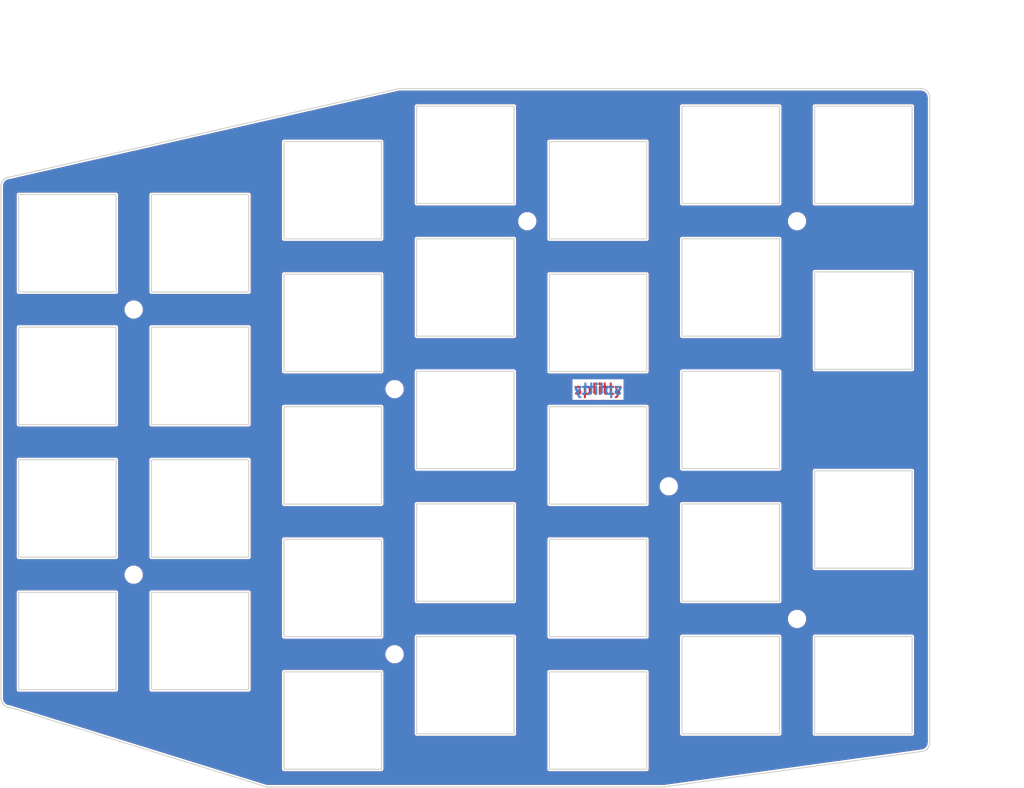
<source format=kicad_pcb>
(kicad_pcb (version 20171130) (host pcbnew 5.1.9+dfsg1-1~bpo10+1)

  (general
    (thickness 1.6)
    (drawings 17)
    (tracks 0)
    (zones 0)
    (modules 42)
    (nets 2)
  )

  (page A4)
  (title_block
    (title "Splitty front plate")
    (date 2018-05-01)
    (rev 1)
    (comment 3 "License: MIT")
    (comment 4 "Copyright © 2018 Nicolas Schodet")
  )

  (layers
    (0 F.Cu signal)
    (31 B.Cu signal)
    (32 B.Adhes user)
    (33 F.Adhes user)
    (34 B.Paste user)
    (35 F.Paste user)
    (36 B.SilkS user)
    (37 F.SilkS user)
    (38 B.Mask user)
    (39 F.Mask user)
    (40 Dwgs.User user)
    (41 Cmts.User user)
    (42 Eco1.User user)
    (43 Eco2.User user)
    (44 Edge.Cuts user)
    (45 Margin user)
    (46 B.CrtYd user)
    (47 F.CrtYd user)
    (48 B.Fab user)
    (49 F.Fab user)
  )

  (setup
    (last_trace_width 0.2)
    (user_trace_width 0.3)
    (trace_clearance 0.2)
    (zone_clearance 0.21)
    (zone_45_only no)
    (trace_min 0.2)
    (via_size 0.6)
    (via_drill 0.4)
    (via_min_size 0.4)
    (via_min_drill 0.3)
    (uvia_size 0.3)
    (uvia_drill 0.1)
    (uvias_allowed no)
    (uvia_min_size 0.2)
    (uvia_min_drill 0.1)
    (edge_width 0.15)
    (segment_width 0.2)
    (pcb_text_width 0.3)
    (pcb_text_size 1.5 1.5)
    (mod_edge_width 0.15)
    (mod_text_size 1 1)
    (mod_text_width 0.15)
    (pad_size 2 2)
    (pad_drill 0)
    (pad_to_mask_clearance 0.2)
    (aux_axis_origin 0 0)
    (visible_elements FFFFF77F)
    (pcbplotparams
      (layerselection 0x010fc_80000001)
      (usegerberextensions false)
      (usegerberattributes true)
      (usegerberadvancedattributes true)
      (creategerberjobfile true)
      (excludeedgelayer true)
      (linewidth 0.100000)
      (plotframeref false)
      (viasonmask false)
      (mode 1)
      (useauxorigin false)
      (hpglpennumber 1)
      (hpglpenspeed 20)
      (hpglpendiameter 15.000000)
      (psnegative false)
      (psa4output false)
      (plotreference true)
      (plotvalue false)
      (plotinvisibletext false)
      (padsonsilk false)
      (subtractmaskfromsilk true)
      (outputformat 1)
      (mirror false)
      (drillshape 0)
      (scaleselection 1)
      (outputdirectory "gerber"))
  )

  (net 0 "")
  (net 1 GND)

  (net_class Default "This is the default net class."
    (clearance 0.2)
    (trace_width 0.2)
    (via_dia 0.6)
    (via_drill 0.4)
    (uvia_dia 0.3)
    (uvia_drill 0.1)
    (add_net GND)
  )

  (module SMD_Packages:1Pin (layer B.Cu) (tedit 5B085C45) (tstamp 5B088D3F)
    (at 166.37 76.835)
    (descr "module 1 pin (ou trou mecanique de percage)")
    (tags DEV)
    (fp_text reference REF** (at 0 3.50012) (layer B.SilkS) hide
      (effects (font (size 1 1) (thickness 0.15)) (justify mirror))
    )
    (fp_text value 1Pin (at -0.075 -1.75) (layer B.Fab)
      (effects (font (size 1 1) (thickness 0.15)) (justify mirror))
    )
    (pad 1 smd rect (at 0 0) (size 2 2) (layers B.Cu)
      (net 1 GND))
  )

  (module SMD_Packages:1Pin (layer F.Cu) (tedit 5B085C45) (tstamp 5B088CE8)
    (at 163.83 76.835)
    (descr "module 1 pin (ou trou mecanique de percage)")
    (tags DEV)
    (fp_text reference REF** (at 0 -3.50012) (layer F.SilkS) hide
      (effects (font (size 1 1) (thickness 0.15)))
    )
    (fp_text value 1Pin (at 0.12 2.09) (layer F.Fab)
      (effects (font (size 1 1) (thickness 0.15)))
    )
    (pad 1 smd rect (at 0 0) (size 2 2) (layers F.Cu)
      (net 1 GND))
  )

  (module MountingHole:MountingHole_2.2mm_M2 (layer F.Cu) (tedit 5B084C7B) (tstamp 5AFDAA79)
    (at 66.675 98.425)
    (descr "Mounting Hole 2.2mm, no annular, M2")
    (tags "mounting hole 2.2mm no annular m2")
    (path /5AFD4950)
    (attr virtual)
    (fp_text reference MK1 (at 0 -3.2) (layer F.SilkS) hide
      (effects (font (size 1 1) (thickness 0.15)))
    )
    (fp_text value Mounting_Hole (at 0 3.2) (layer F.Fab)
      (effects (font (size 1 1) (thickness 0.15)))
    )
    (fp_circle (center 0 0) (end 2.45 0) (layer F.CrtYd) (width 0.05))
    (fp_circle (center 0 0) (end 2.2 0) (layer Cmts.User) (width 0.15))
    (fp_text user %R (at 0.3 0) (layer F.Fab)
      (effects (font (size 1 1) (thickness 0.15)))
    )
    (pad 1 np_thru_hole circle (at 0 0) (size 2.2 2.2) (drill 2.2) (layers *.Cu *.Mask))
  )

  (module MountingHole:MountingHole_2.2mm_M2 (layer F.Cu) (tedit 5B084C71) (tstamp 5AFDAA7E)
    (at 161.925 104.775)
    (descr "Mounting Hole 2.2mm, no annular, M2")
    (tags "mounting hole 2.2mm no annular m2")
    (path /5AFD3B40)
    (attr virtual)
    (fp_text reference MK2 (at 0 -3.2) (layer F.SilkS) hide
      (effects (font (size 1 1) (thickness 0.15)))
    )
    (fp_text value Mounting_Hole (at 0 3.2) (layer F.Fab)
      (effects (font (size 1 1) (thickness 0.15)))
    )
    (fp_circle (center 0 0) (end 2.45 0) (layer F.CrtYd) (width 0.05))
    (fp_circle (center 0 0) (end 2.2 0) (layer Cmts.User) (width 0.15))
    (fp_text user %R (at 0.3 0) (layer F.Fab)
      (effects (font (size 1 1) (thickness 0.15)))
    )
    (pad 1 np_thru_hole circle (at 0 0) (size 2.2 2.2) (drill 2.2) (layers *.Cu *.Mask))
  )

  (module MountingHole:MountingHole_2.2mm_M2 (layer F.Cu) (tedit 5B084C8E) (tstamp 5AFDAA83)
    (at 161.925 47.625)
    (descr "Mounting Hole 2.2mm, no annular, M2")
    (tags "mounting hole 2.2mm no annular m2")
    (path /5AFD44A2)
    (attr virtual)
    (fp_text reference MK3 (at 0 -3.2) (layer F.SilkS) hide
      (effects (font (size 1 1) (thickness 0.15)))
    )
    (fp_text value Mounting_Hole (at 0 3.2) (layer F.Fab)
      (effects (font (size 1 1) (thickness 0.15)))
    )
    (fp_circle (center 0 0) (end 2.45 0) (layer F.CrtYd) (width 0.05))
    (fp_circle (center 0 0) (end 2.2 0) (layer Cmts.User) (width 0.15))
    (fp_text user %R (at 0.3 0) (layer F.Fab)
      (effects (font (size 1 1) (thickness 0.15)))
    )
    (pad 1 np_thru_hole circle (at 0 0) (size 2.2 2.2) (drill 2.2) (layers *.Cu *.Mask))
  )

  (module MountingHole:MountingHole_2.2mm_M2 (layer F.Cu) (tedit 5B084C7F) (tstamp 5AFDAA88)
    (at 66.675 60.325)
    (descr "Mounting Hole 2.2mm, no annular, M2")
    (tags "mounting hole 2.2mm no annular m2")
    (path /5AFD462B)
    (attr virtual)
    (fp_text reference MK4 (at 0 -3.2) (layer F.SilkS) hide
      (effects (font (size 1 1) (thickness 0.15)))
    )
    (fp_text value Mounting_Hole (at 0 3.2) (layer F.Fab)
      (effects (font (size 1 1) (thickness 0.15)))
    )
    (fp_circle (center 0 0) (end 2.45 0) (layer F.CrtYd) (width 0.05))
    (fp_circle (center 0 0) (end 2.2 0) (layer Cmts.User) (width 0.15))
    (fp_text user %R (at 0.3 0) (layer F.Fab)
      (effects (font (size 1 1) (thickness 0.15)))
    )
    (pad 1 np_thru_hole circle (at 0 0) (size 2.2 2.2) (drill 2.2) (layers *.Cu *.Mask))
  )

  (module MountingHole:MountingHole_2.2mm_M2 (layer F.Cu) (tedit 5B084C76) (tstamp 5AFDAA8D)
    (at 104.14 109.855)
    (descr "Mounting Hole 2.2mm, no annular, M2")
    (tags "mounting hole 2.2mm no annular m2")
    (path /5AFD4B28)
    (attr virtual)
    (fp_text reference MK5 (at 0 -3.2) (layer F.SilkS) hide
      (effects (font (size 1 1) (thickness 0.15)))
    )
    (fp_text value Mounting_Hole (at 0 3.2) (layer F.Fab)
      (effects (font (size 1 1) (thickness 0.15)))
    )
    (fp_circle (center 0 0) (end 2.45 0) (layer F.CrtYd) (width 0.05))
    (fp_circle (center 0 0) (end 2.2 0) (layer Cmts.User) (width 0.15))
    (fp_text user %R (at 0.3 0) (layer F.Fab)
      (effects (font (size 1 1) (thickness 0.15)))
    )
    (pad 1 np_thru_hole circle (at 0 0) (size 2.2 2.2) (drill 2.2) (layers *.Cu *.Mask))
  )

  (module MountingHole:MountingHole_2.2mm_M2 (layer F.Cu) (tedit 5B084C89) (tstamp 5AFDAA92)
    (at 123.19 47.625)
    (descr "Mounting Hole 2.2mm, no annular, M2")
    (tags "mounting hole 2.2mm no annular m2")
    (path /5AFD4177)
    (attr virtual)
    (fp_text reference MK6 (at 0 -3.2) (layer F.SilkS) hide
      (effects (font (size 1 1) (thickness 0.15)))
    )
    (fp_text value Mounting_Hole (at 0 3.2) (layer F.Fab)
      (effects (font (size 1 1) (thickness 0.15)))
    )
    (fp_circle (center 0 0) (end 2.45 0) (layer F.CrtYd) (width 0.05))
    (fp_circle (center 0 0) (end 2.2 0) (layer Cmts.User) (width 0.15))
    (fp_text user %R (at 0.3 0) (layer F.Fab)
      (effects (font (size 1 1) (thickness 0.15)))
    )
    (pad 1 np_thru_hole circle (at 0 0) (size 2.2 2.2) (drill 2.2) (layers *.Cu *.Mask))
  )

  (module MountingHole:MountingHole_2.2mm_M2 (layer F.Cu) (tedit 5B084C84) (tstamp 5AFDAA97)
    (at 104.14 71.755)
    (descr "Mounting Hole 2.2mm, no annular, M2")
    (tags "mounting hole 2.2mm no annular m2")
    (path /5AFD4314)
    (attr virtual)
    (fp_text reference MK7 (at 0 -3.2) (layer F.SilkS) hide
      (effects (font (size 1 1) (thickness 0.15)))
    )
    (fp_text value Mounting_Hole (at 0 3.2) (layer F.Fab)
      (effects (font (size 1 1) (thickness 0.15)))
    )
    (fp_circle (center 0 0) (end 2.45 0) (layer F.CrtYd) (width 0.05))
    (fp_circle (center 0 0) (end 2.2 0) (layer Cmts.User) (width 0.15))
    (fp_text user %R (at 0.3 0) (layer F.Fab)
      (effects (font (size 1 1) (thickness 0.15)))
    )
    (pad 1 np_thru_hole circle (at 0 0) (size 2.2 2.2) (drill 2.2) (layers *.Cu *.Mask))
  )

  (module MountingHole:MountingHole_2.2mm_M2 (layer F.Cu) (tedit 5B084C6E) (tstamp 5AFDAA9C)
    (at 143.51 85.725)
    (descr "Mounting Hole 2.2mm, no annular, M2")
    (tags "mounting hole 2.2mm no annular m2")
    (path /5AFD47BD)
    (attr virtual)
    (fp_text reference MK8 (at 3.302 0 90) (layer F.SilkS) hide
      (effects (font (size 1 1) (thickness 0.15)))
    )
    (fp_text value Mounting_Hole (at 0 3.2) (layer F.Fab)
      (effects (font (size 1 1) (thickness 0.15)))
    )
    (fp_circle (center 0 0) (end 2.45 0) (layer F.CrtYd) (width 0.05))
    (fp_circle (center 0 0) (end 2.2 0) (layer Cmts.User) (width 0.15))
    (fp_text user %R (at 0.3 0) (layer F.Fab)
      (effects (font (size 1 1) (thickness 0.15)))
    )
    (pad 1 np_thru_hole circle (at 0 0) (size 2.2 2.2) (drill 2.2) (layers *.Cu *.Mask))
  )

  (module splitty:MX_Cut (layer F.Cu) (tedit 5B084371) (tstamp 5B084940)
    (at 76.2 50.8)
    (attr virtual)
    (fp_text reference REF** (at 0 0.5) (layer F.SilkS) hide
      (effects (font (size 1 1) (thickness 0.15)))
    )
    (fp_text value MX_Cut (at 0 -0.5) (layer F.Fab) hide
      (effects (font (size 1 1) (thickness 0.15)))
    )
    (fp_line (start 7 -7) (end -7 -7) (layer Edge.Cuts) (width 0.15))
    (fp_line (start -7 -7) (end -7 7) (layer Edge.Cuts) (width 0.15))
    (fp_line (start -7 7) (end 7 7) (layer Edge.Cuts) (width 0.15))
    (fp_line (start 7 7) (end 7 -7) (layer Edge.Cuts) (width 0.15))
  )

  (module splitty:MX_Cut (layer F.Cu) (tedit 5B084371) (tstamp 5B08494F)
    (at 57.15 69.85)
    (attr virtual)
    (fp_text reference REF** (at 0 0.5) (layer F.SilkS) hide
      (effects (font (size 1 1) (thickness 0.15)))
    )
    (fp_text value MX_Cut (at 0 -0.5) (layer F.Fab) hide
      (effects (font (size 1 1) (thickness 0.15)))
    )
    (fp_line (start 7 -7) (end -7 -7) (layer Edge.Cuts) (width 0.15))
    (fp_line (start -7 -7) (end -7 7) (layer Edge.Cuts) (width 0.15))
    (fp_line (start -7 7) (end 7 7) (layer Edge.Cuts) (width 0.15))
    (fp_line (start 7 7) (end 7 -7) (layer Edge.Cuts) (width 0.15))
  )

  (module splitty:MX_Cut (layer F.Cu) (tedit 5B084371) (tstamp 5B08495E)
    (at 76.2 88.9)
    (attr virtual)
    (fp_text reference REF** (at 0 0.5) (layer F.SilkS) hide
      (effects (font (size 1 1) (thickness 0.15)))
    )
    (fp_text value MX_Cut (at 0 -0.5) (layer F.Fab) hide
      (effects (font (size 1 1) (thickness 0.15)))
    )
    (fp_line (start 7 -7) (end -7 -7) (layer Edge.Cuts) (width 0.15))
    (fp_line (start -7 -7) (end -7 7) (layer Edge.Cuts) (width 0.15))
    (fp_line (start -7 7) (end 7 7) (layer Edge.Cuts) (width 0.15))
    (fp_line (start 7 7) (end 7 -7) (layer Edge.Cuts) (width 0.15))
  )

  (module splitty:MX_Cut (layer F.Cu) (tedit 5B084371) (tstamp 5B08496D)
    (at 57.15 107.95)
    (attr virtual)
    (fp_text reference REF** (at 0 0.5) (layer F.SilkS) hide
      (effects (font (size 1 1) (thickness 0.15)))
    )
    (fp_text value MX_Cut (at 0 -0.5) (layer F.Fab) hide
      (effects (font (size 1 1) (thickness 0.15)))
    )
    (fp_line (start 7 -7) (end -7 -7) (layer Edge.Cuts) (width 0.15))
    (fp_line (start -7 -7) (end -7 7) (layer Edge.Cuts) (width 0.15))
    (fp_line (start -7 7) (end 7 7) (layer Edge.Cuts) (width 0.15))
    (fp_line (start 7 7) (end 7 -7) (layer Edge.Cuts) (width 0.15))
  )

  (module splitty:MX_Cut (layer F.Cu) (tedit 5B084371) (tstamp 5B084985)
    (at 95.25 43.18)
    (attr virtual)
    (fp_text reference REF** (at 0 0.5) (layer F.SilkS) hide
      (effects (font (size 1 1) (thickness 0.15)))
    )
    (fp_text value MX_Cut (at 0 -0.5) (layer F.Fab) hide
      (effects (font (size 1 1) (thickness 0.15)))
    )
    (fp_line (start 7 -7) (end -7 -7) (layer Edge.Cuts) (width 0.15))
    (fp_line (start -7 -7) (end -7 7) (layer Edge.Cuts) (width 0.15))
    (fp_line (start -7 7) (end 7 7) (layer Edge.Cuts) (width 0.15))
    (fp_line (start 7 7) (end 7 -7) (layer Edge.Cuts) (width 0.15))
  )

  (module splitty:MX_Cut (layer F.Cu) (tedit 5B084371) (tstamp 5B084994)
    (at 133.35 62.23)
    (attr virtual)
    (fp_text reference REF** (at 0 0.5) (layer F.SilkS) hide
      (effects (font (size 1 1) (thickness 0.15)))
    )
    (fp_text value MX_Cut (at 0 -0.5) (layer F.Fab) hide
      (effects (font (size 1 1) (thickness 0.15)))
    )
    (fp_line (start 7 -7) (end -7 -7) (layer Edge.Cuts) (width 0.15))
    (fp_line (start -7 -7) (end -7 7) (layer Edge.Cuts) (width 0.15))
    (fp_line (start -7 7) (end 7 7) (layer Edge.Cuts) (width 0.15))
    (fp_line (start 7 7) (end 7 -7) (layer Edge.Cuts) (width 0.15))
  )

  (module splitty:MX_Cut (layer F.Cu) (tedit 5B084371) (tstamp 5B0849A3)
    (at 95.25 81.28)
    (attr virtual)
    (fp_text reference REF** (at 0 0.5) (layer F.SilkS) hide
      (effects (font (size 1 1) (thickness 0.15)))
    )
    (fp_text value MX_Cut (at 0 -0.5) (layer F.Fab) hide
      (effects (font (size 1 1) (thickness 0.15)))
    )
    (fp_line (start 7 -7) (end -7 -7) (layer Edge.Cuts) (width 0.15))
    (fp_line (start -7 -7) (end -7 7) (layer Edge.Cuts) (width 0.15))
    (fp_line (start -7 7) (end 7 7) (layer Edge.Cuts) (width 0.15))
    (fp_line (start 7 7) (end 7 -7) (layer Edge.Cuts) (width 0.15))
  )

  (module splitty:MX_Cut (layer F.Cu) (tedit 5B084371) (tstamp 5B0849B2)
    (at 133.35 100.33)
    (attr virtual)
    (fp_text reference REF** (at 0 0.5) (layer F.SilkS) hide
      (effects (font (size 1 1) (thickness 0.15)))
    )
    (fp_text value MX_Cut (at 0 -0.5) (layer F.Fab) hide
      (effects (font (size 1 1) (thickness 0.15)))
    )
    (fp_line (start 7 -7) (end -7 -7) (layer Edge.Cuts) (width 0.15))
    (fp_line (start -7 -7) (end -7 7) (layer Edge.Cuts) (width 0.15))
    (fp_line (start -7 7) (end 7 7) (layer Edge.Cuts) (width 0.15))
    (fp_line (start 7 7) (end 7 -7) (layer Edge.Cuts) (width 0.15))
  )

  (module splitty:MX_Cut (layer F.Cu) (tedit 5B084371) (tstamp 5B0849C1)
    (at 95.25 119.38)
    (attr virtual)
    (fp_text reference REF** (at 0 0.5) (layer F.SilkS) hide
      (effects (font (size 1 1) (thickness 0.15)))
    )
    (fp_text value MX_Cut (at 0 -0.5) (layer F.Fab) hide
      (effects (font (size 1 1) (thickness 0.15)))
    )
    (fp_line (start 7 -7) (end -7 -7) (layer Edge.Cuts) (width 0.15))
    (fp_line (start -7 -7) (end -7 7) (layer Edge.Cuts) (width 0.15))
    (fp_line (start -7 7) (end 7 7) (layer Edge.Cuts) (width 0.15))
    (fp_line (start 7 7) (end 7 -7) (layer Edge.Cuts) (width 0.15))
  )

  (module splitty:MX_Cut (layer F.Cu) (tedit 5B084371) (tstamp 5B0849D0)
    (at 76.2 107.95)
    (attr virtual)
    (fp_text reference REF** (at 0 0.5) (layer F.SilkS) hide
      (effects (font (size 1 1) (thickness 0.15)))
    )
    (fp_text value MX_Cut (at 0 -0.5) (layer F.Fab) hide
      (effects (font (size 1 1) (thickness 0.15)))
    )
    (fp_line (start 7 -7) (end -7 -7) (layer Edge.Cuts) (width 0.15))
    (fp_line (start -7 -7) (end -7 7) (layer Edge.Cuts) (width 0.15))
    (fp_line (start -7 7) (end 7 7) (layer Edge.Cuts) (width 0.15))
    (fp_line (start 7 7) (end 7 -7) (layer Edge.Cuts) (width 0.15))
  )

  (module splitty:MX_Cut (layer F.Cu) (tedit 5B084371) (tstamp 5B0849DF)
    (at 57.15 88.9)
    (attr virtual)
    (fp_text reference REF** (at 0 0.5) (layer F.SilkS) hide
      (effects (font (size 1 1) (thickness 0.15)))
    )
    (fp_text value MX_Cut (at 0 -0.5) (layer F.Fab) hide
      (effects (font (size 1 1) (thickness 0.15)))
    )
    (fp_line (start 7 -7) (end -7 -7) (layer Edge.Cuts) (width 0.15))
    (fp_line (start -7 -7) (end -7 7) (layer Edge.Cuts) (width 0.15))
    (fp_line (start -7 7) (end 7 7) (layer Edge.Cuts) (width 0.15))
    (fp_line (start 7 7) (end 7 -7) (layer Edge.Cuts) (width 0.15))
  )

  (module splitty:MX_Cut (layer F.Cu) (tedit 5B084371) (tstamp 5B0849EE)
    (at 76.2 69.85)
    (attr virtual)
    (fp_text reference REF** (at 0 0.5) (layer F.SilkS) hide
      (effects (font (size 1 1) (thickness 0.15)))
    )
    (fp_text value MX_Cut (at 0 -0.5) (layer F.Fab) hide
      (effects (font (size 1 1) (thickness 0.15)))
    )
    (fp_line (start 7 -7) (end -7 -7) (layer Edge.Cuts) (width 0.15))
    (fp_line (start -7 -7) (end -7 7) (layer Edge.Cuts) (width 0.15))
    (fp_line (start -7 7) (end 7 7) (layer Edge.Cuts) (width 0.15))
    (fp_line (start 7 7) (end 7 -7) (layer Edge.Cuts) (width 0.15))
  )

  (module splitty:MX_Cut (layer F.Cu) (tedit 5B084371) (tstamp 5B0849FD)
    (at 57.15 50.8)
    (attr virtual)
    (fp_text reference REF** (at 0 0.5) (layer F.SilkS) hide
      (effects (font (size 1 1) (thickness 0.15)))
    )
    (fp_text value MX_Cut (at 0 -0.5) (layer F.Fab) hide
      (effects (font (size 1 1) (thickness 0.15)))
    )
    (fp_line (start 7 -7) (end -7 -7) (layer Edge.Cuts) (width 0.15))
    (fp_line (start -7 -7) (end -7 7) (layer Edge.Cuts) (width 0.15))
    (fp_line (start -7 7) (end 7 7) (layer Edge.Cuts) (width 0.15))
    (fp_line (start 7 7) (end 7 -7) (layer Edge.Cuts) (width 0.15))
  )

  (module splitty:MX_Cut (layer F.Cu) (tedit 5B084371) (tstamp 5B084A13)
    (at 133.35 43.18)
    (attr virtual)
    (fp_text reference REF** (at 0 0.5) (layer F.SilkS) hide
      (effects (font (size 1 1) (thickness 0.15)))
    )
    (fp_text value MX_Cut (at 0 -0.5) (layer F.Fab) hide
      (effects (font (size 1 1) (thickness 0.15)))
    )
    (fp_line (start 7 -7) (end -7 -7) (layer Edge.Cuts) (width 0.15))
    (fp_line (start -7 -7) (end -7 7) (layer Edge.Cuts) (width 0.15))
    (fp_line (start -7 7) (end 7 7) (layer Edge.Cuts) (width 0.15))
    (fp_line (start 7 7) (end 7 -7) (layer Edge.Cuts) (width 0.15))
  )

  (module splitty:MX_Cut (layer F.Cu) (tedit 5B084371) (tstamp 5B084A22)
    (at 114.3 57.15)
    (attr virtual)
    (fp_text reference REF** (at 0 0.5) (layer F.SilkS) hide
      (effects (font (size 1 1) (thickness 0.15)))
    )
    (fp_text value MX_Cut (at 0 -0.5) (layer F.Fab) hide
      (effects (font (size 1 1) (thickness 0.15)))
    )
    (fp_line (start 7 -7) (end -7 -7) (layer Edge.Cuts) (width 0.15))
    (fp_line (start -7 -7) (end -7 7) (layer Edge.Cuts) (width 0.15))
    (fp_line (start -7 7) (end 7 7) (layer Edge.Cuts) (width 0.15))
    (fp_line (start 7 7) (end 7 -7) (layer Edge.Cuts) (width 0.15))
  )

  (module splitty:MX_Cut (layer F.Cu) (tedit 5B084371) (tstamp 5B084A31)
    (at 95.25 62.23)
    (attr virtual)
    (fp_text reference REF** (at 0 0.5) (layer F.SilkS) hide
      (effects (font (size 1 1) (thickness 0.15)))
    )
    (fp_text value MX_Cut (at 0 -0.5) (layer F.Fab) hide
      (effects (font (size 1 1) (thickness 0.15)))
    )
    (fp_line (start 7 -7) (end -7 -7) (layer Edge.Cuts) (width 0.15))
    (fp_line (start -7 -7) (end -7 7) (layer Edge.Cuts) (width 0.15))
    (fp_line (start -7 7) (end 7 7) (layer Edge.Cuts) (width 0.15))
    (fp_line (start 7 7) (end 7 -7) (layer Edge.Cuts) (width 0.15))
  )

  (module splitty:MX_Cut (layer F.Cu) (tedit 5B084371) (tstamp 5B084A40)
    (at 133.35 81.28)
    (attr virtual)
    (fp_text reference REF** (at 0 0.5) (layer F.SilkS) hide
      (effects (font (size 1 1) (thickness 0.15)))
    )
    (fp_text value MX_Cut (at 0 -0.5) (layer F.Fab) hide
      (effects (font (size 1 1) (thickness 0.15)))
    )
    (fp_line (start 7 -7) (end -7 -7) (layer Edge.Cuts) (width 0.15))
    (fp_line (start -7 -7) (end -7 7) (layer Edge.Cuts) (width 0.15))
    (fp_line (start -7 7) (end 7 7) (layer Edge.Cuts) (width 0.15))
    (fp_line (start 7 7) (end 7 -7) (layer Edge.Cuts) (width 0.15))
  )

  (module splitty:MX_Cut (layer F.Cu) (tedit 5B084371) (tstamp 5B084A4F)
    (at 114.3 95.25)
    (attr virtual)
    (fp_text reference REF** (at 0 0.5) (layer F.SilkS) hide
      (effects (font (size 1 1) (thickness 0.15)))
    )
    (fp_text value MX_Cut (at 0 -0.5) (layer F.Fab) hide
      (effects (font (size 1 1) (thickness 0.15)))
    )
    (fp_line (start 7 -7) (end -7 -7) (layer Edge.Cuts) (width 0.15))
    (fp_line (start -7 -7) (end -7 7) (layer Edge.Cuts) (width 0.15))
    (fp_line (start -7 7) (end 7 7) (layer Edge.Cuts) (width 0.15))
    (fp_line (start 7 7) (end 7 -7) (layer Edge.Cuts) (width 0.15))
  )

  (module splitty:MX_Cut (layer F.Cu) (tedit 5B084371) (tstamp 5B084A5E)
    (at 95.25 100.33)
    (attr virtual)
    (fp_text reference REF** (at 0 0.5) (layer F.SilkS) hide
      (effects (font (size 1 1) (thickness 0.15)))
    )
    (fp_text value MX_Cut (at 0 -0.5) (layer F.Fab) hide
      (effects (font (size 1 1) (thickness 0.15)))
    )
    (fp_line (start 7 -7) (end -7 -7) (layer Edge.Cuts) (width 0.15))
    (fp_line (start -7 -7) (end -7 7) (layer Edge.Cuts) (width 0.15))
    (fp_line (start -7 7) (end 7 7) (layer Edge.Cuts) (width 0.15))
    (fp_line (start 7 7) (end 7 -7) (layer Edge.Cuts) (width 0.15))
  )

  (module splitty:MX_Cut (layer F.Cu) (tedit 5B084371) (tstamp 5B084A6D)
    (at 133.35 119.38)
    (attr virtual)
    (fp_text reference REF** (at 0 0.5) (layer F.SilkS) hide
      (effects (font (size 1 1) (thickness 0.15)))
    )
    (fp_text value MX_Cut (at 0 -0.5) (layer F.Fab) hide
      (effects (font (size 1 1) (thickness 0.15)))
    )
    (fp_line (start 7 -7) (end -7 -7) (layer Edge.Cuts) (width 0.15))
    (fp_line (start -7 -7) (end -7 7) (layer Edge.Cuts) (width 0.15))
    (fp_line (start -7 7) (end 7 7) (layer Edge.Cuts) (width 0.15))
    (fp_line (start 7 7) (end 7 -7) (layer Edge.Cuts) (width 0.15))
  )

  (module splitty:MX_Cut (layer F.Cu) (tedit 5B084371) (tstamp 5B084AD0)
    (at 114.3 38.1)
    (attr virtual)
    (fp_text reference REF** (at 0 0.5) (layer F.SilkS) hide
      (effects (font (size 1 1) (thickness 0.15)))
    )
    (fp_text value MX_Cut (at 0 -0.5) (layer F.Fab) hide
      (effects (font (size 1 1) (thickness 0.15)))
    )
    (fp_line (start 7 -7) (end -7 -7) (layer Edge.Cuts) (width 0.15))
    (fp_line (start -7 -7) (end -7 7) (layer Edge.Cuts) (width 0.15))
    (fp_line (start -7 7) (end 7 7) (layer Edge.Cuts) (width 0.15))
    (fp_line (start 7 7) (end 7 -7) (layer Edge.Cuts) (width 0.15))
  )

  (module splitty:MX_Cut (layer F.Cu) (tedit 5B084371) (tstamp 5B084ADF)
    (at 114.3 76.2)
    (attr virtual)
    (fp_text reference REF** (at 0 0.5) (layer F.SilkS) hide
      (effects (font (size 1 1) (thickness 0.15)))
    )
    (fp_text value MX_Cut (at 0 -0.5) (layer F.Fab) hide
      (effects (font (size 1 1) (thickness 0.15)))
    )
    (fp_line (start 7 -7) (end -7 -7) (layer Edge.Cuts) (width 0.15))
    (fp_line (start -7 -7) (end -7 7) (layer Edge.Cuts) (width 0.15))
    (fp_line (start -7 7) (end 7 7) (layer Edge.Cuts) (width 0.15))
    (fp_line (start 7 7) (end 7 -7) (layer Edge.Cuts) (width 0.15))
  )

  (module splitty:MX_Cut (layer F.Cu) (tedit 5B084371) (tstamp 5B084AEE)
    (at 114.3 114.3)
    (attr virtual)
    (fp_text reference REF** (at 0 0.5) (layer F.SilkS) hide
      (effects (font (size 1 1) (thickness 0.15)))
    )
    (fp_text value MX_Cut (at 0 -0.5) (layer F.Fab) hide
      (effects (font (size 1 1) (thickness 0.15)))
    )
    (fp_line (start 7 -7) (end -7 -7) (layer Edge.Cuts) (width 0.15))
    (fp_line (start -7 -7) (end -7 7) (layer Edge.Cuts) (width 0.15))
    (fp_line (start -7 7) (end 7 7) (layer Edge.Cuts) (width 0.15))
    (fp_line (start 7 7) (end 7 -7) (layer Edge.Cuts) (width 0.15))
  )

  (module splitty:MX_Cut (layer F.Cu) (tedit 5B084371) (tstamp 5B084AFE)
    (at 152.4 57.15)
    (attr virtual)
    (fp_text reference REF** (at 0 0.5) (layer F.SilkS) hide
      (effects (font (size 1 1) (thickness 0.15)))
    )
    (fp_text value MX_Cut (at 0 -0.5) (layer F.Fab) hide
      (effects (font (size 1 1) (thickness 0.15)))
    )
    (fp_line (start 7 -7) (end -7 -7) (layer Edge.Cuts) (width 0.15))
    (fp_line (start -7 -7) (end -7 7) (layer Edge.Cuts) (width 0.15))
    (fp_line (start -7 7) (end 7 7) (layer Edge.Cuts) (width 0.15))
    (fp_line (start 7 7) (end 7 -7) (layer Edge.Cuts) (width 0.15))
  )

  (module splitty:MX_Cut (layer F.Cu) (tedit 5B084371) (tstamp 5B084B11)
    (at 152.4 38.1)
    (attr virtual)
    (fp_text reference REF** (at 0 0.5) (layer F.SilkS) hide
      (effects (font (size 1 1) (thickness 0.15)))
    )
    (fp_text value MX_Cut (at 0 -0.5) (layer F.Fab) hide
      (effects (font (size 1 1) (thickness 0.15)))
    )
    (fp_line (start 7 -7) (end -7 -7) (layer Edge.Cuts) (width 0.15))
    (fp_line (start -7 -7) (end -7 7) (layer Edge.Cuts) (width 0.15))
    (fp_line (start -7 7) (end 7 7) (layer Edge.Cuts) (width 0.15))
    (fp_line (start 7 7) (end 7 -7) (layer Edge.Cuts) (width 0.15))
  )

  (module splitty:MX_Cut (layer F.Cu) (tedit 5B084371) (tstamp 5B084B20)
    (at 152.4 76.2)
    (attr virtual)
    (fp_text reference REF** (at 0 0.5) (layer F.SilkS) hide
      (effects (font (size 1 1) (thickness 0.15)))
    )
    (fp_text value MX_Cut (at 0 -0.5) (layer F.Fab) hide
      (effects (font (size 1 1) (thickness 0.15)))
    )
    (fp_line (start 7 -7) (end -7 -7) (layer Edge.Cuts) (width 0.15))
    (fp_line (start -7 -7) (end -7 7) (layer Edge.Cuts) (width 0.15))
    (fp_line (start -7 7) (end 7 7) (layer Edge.Cuts) (width 0.15))
    (fp_line (start 7 7) (end 7 -7) (layer Edge.Cuts) (width 0.15))
  )

  (module splitty:MX_Cut (layer F.Cu) (tedit 5B084371) (tstamp 5B084B2F)
    (at 152.4 95.25)
    (attr virtual)
    (fp_text reference REF** (at 0 0.5) (layer F.SilkS) hide
      (effects (font (size 1 1) (thickness 0.15)))
    )
    (fp_text value MX_Cut (at 0 -0.5) (layer F.Fab) hide
      (effects (font (size 1 1) (thickness 0.15)))
    )
    (fp_line (start 7 -7) (end -7 -7) (layer Edge.Cuts) (width 0.15))
    (fp_line (start -7 -7) (end -7 7) (layer Edge.Cuts) (width 0.15))
    (fp_line (start -7 7) (end 7 7) (layer Edge.Cuts) (width 0.15))
    (fp_line (start 7 7) (end 7 -7) (layer Edge.Cuts) (width 0.15))
  )

  (module splitty:MX_Cut (layer F.Cu) (tedit 5B084371) (tstamp 5B084B3E)
    (at 152.4 114.3)
    (attr virtual)
    (fp_text reference REF** (at 0 0.5) (layer F.SilkS) hide
      (effects (font (size 1 1) (thickness 0.15)))
    )
    (fp_text value MX_Cut (at 0 -0.5) (layer F.Fab) hide
      (effects (font (size 1 1) (thickness 0.15)))
    )
    (fp_line (start 7 -7) (end -7 -7) (layer Edge.Cuts) (width 0.15))
    (fp_line (start -7 -7) (end -7 7) (layer Edge.Cuts) (width 0.15))
    (fp_line (start -7 7) (end 7 7) (layer Edge.Cuts) (width 0.15))
    (fp_line (start 7 7) (end 7 -7) (layer Edge.Cuts) (width 0.15))
  )

  (module splitty:MX_Cut (layer F.Cu) (tedit 5B084371) (tstamp 5B084B4D)
    (at 171.45 114.3)
    (attr virtual)
    (fp_text reference REF** (at 0 0.5) (layer F.SilkS) hide
      (effects (font (size 1 1) (thickness 0.15)))
    )
    (fp_text value MX_Cut (at 0 -0.5) (layer F.Fab) hide
      (effects (font (size 1 1) (thickness 0.15)))
    )
    (fp_line (start 7 -7) (end -7 -7) (layer Edge.Cuts) (width 0.15))
    (fp_line (start -7 -7) (end -7 7) (layer Edge.Cuts) (width 0.15))
    (fp_line (start -7 7) (end 7 7) (layer Edge.Cuts) (width 0.15))
    (fp_line (start 7 7) (end 7 -7) (layer Edge.Cuts) (width 0.15))
  )

  (module splitty:MX_Cut (layer F.Cu) (tedit 5B084371) (tstamp 5B084B5C)
    (at 171.45 90.4875)
    (attr virtual)
    (fp_text reference REF** (at 0 0.5) (layer F.SilkS) hide
      (effects (font (size 1 1) (thickness 0.15)))
    )
    (fp_text value MX_Cut (at 0 -0.5) (layer F.Fab) hide
      (effects (font (size 1 1) (thickness 0.15)))
    )
    (fp_line (start 7 -7) (end -7 -7) (layer Edge.Cuts) (width 0.15))
    (fp_line (start -7 -7) (end -7 7) (layer Edge.Cuts) (width 0.15))
    (fp_line (start -7 7) (end 7 7) (layer Edge.Cuts) (width 0.15))
    (fp_line (start 7 7) (end 7 -7) (layer Edge.Cuts) (width 0.15))
  )

  (module splitty:MX_Cut (layer F.Cu) (tedit 5B084371) (tstamp 5B084B6B)
    (at 171.45 61.9125)
    (attr virtual)
    (fp_text reference REF** (at 0 0.5) (layer F.SilkS) hide
      (effects (font (size 1 1) (thickness 0.15)))
    )
    (fp_text value MX_Cut (at 0 -0.5) (layer F.Fab) hide
      (effects (font (size 1 1) (thickness 0.15)))
    )
    (fp_line (start 7 -7) (end -7 -7) (layer Edge.Cuts) (width 0.15))
    (fp_line (start -7 -7) (end -7 7) (layer Edge.Cuts) (width 0.15))
    (fp_line (start -7 7) (end 7 7) (layer Edge.Cuts) (width 0.15))
    (fp_line (start 7 7) (end 7 -7) (layer Edge.Cuts) (width 0.15))
  )

  (module splitty:MX_Cut (layer F.Cu) (tedit 5B084371) (tstamp 5B084B7A)
    (at 171.45 38.1)
    (attr virtual)
    (fp_text reference REF** (at 0 0.5) (layer F.SilkS) hide
      (effects (font (size 1 1) (thickness 0.15)))
    )
    (fp_text value MX_Cut (at 0 -0.5) (layer F.Fab) hide
      (effects (font (size 1 1) (thickness 0.15)))
    )
    (fp_line (start 7 -7) (end -7 -7) (layer Edge.Cuts) (width 0.15))
    (fp_line (start -7 -7) (end -7 7) (layer Edge.Cuts) (width 0.15))
    (fp_line (start -7 7) (end 7 7) (layer Edge.Cuts) (width 0.15))
    (fp_line (start 7 7) (end 7 -7) (layer Edge.Cuts) (width 0.15))
  )

  (dimension 14 (width 0.3) (layer Eco2.User)
    (gr_text "14,000 mm" (at 185.625 38.1 270) (layer Eco2.User)
      (effects (font (size 1.5 1.5) (thickness 0.3)))
    )
    (feature1 (pts (xy 178.45 45.1) (xy 186.975 45.1)))
    (feature2 (pts (xy 178.45 31.1) (xy 186.975 31.1)))
    (crossbar (pts (xy 184.275 31.1) (xy 184.275 45.1)))
    (arrow1a (pts (xy 184.275 45.1) (xy 183.688579 43.973496)))
    (arrow1b (pts (xy 184.275 45.1) (xy 184.861421 43.973496)))
    (arrow2a (pts (xy 184.275 31.1) (xy 183.688579 32.226504)))
    (arrow2b (pts (xy 184.275 31.1) (xy 184.861421 32.226504)))
  )
  (dimension 14 (width 0.3) (layer Eco2.User)
    (gr_text "14,000 mm" (at 171.45 25.125001) (layer Eco2.User)
      (effects (font (size 1.5 1.5) (thickness 0.3)))
    )
    (feature1 (pts (xy 164.45 31.1) (xy 164.45 23.775001)))
    (feature2 (pts (xy 178.45 31.1) (xy 178.45 23.775001)))
    (crossbar (pts (xy 178.45 26.475001) (xy 164.45 26.475001)))
    (arrow1a (pts (xy 164.45 26.475001) (xy 165.576504 25.88858)))
    (arrow1b (pts (xy 164.45 26.475001) (xy 165.576504 27.061422)))
    (arrow2a (pts (xy 178.45 26.475001) (xy 177.323496 25.88858)))
    (arrow2b (pts (xy 178.45 26.475001) (xy 177.323496 27.061422)))
  )
  (dimension 133.35 (width 0.3) (layer Eco2.User)
    (gr_text "133,350 mm" (at 114.3 17.700001) (layer Eco2.User)
      (effects (font (size 1.5 1.5) (thickness 0.3)))
    )
    (feature1 (pts (xy 47.625 28.575) (xy 47.625 16.350001)))
    (feature2 (pts (xy 180.975 28.575) (xy 180.975 16.350001)))
    (crossbar (pts (xy 180.975 19.050001) (xy 47.625 19.050001)))
    (arrow1a (pts (xy 47.625 19.050001) (xy 48.751504 18.46358)))
    (arrow1b (pts (xy 47.625 19.050001) (xy 48.751504 19.636422)))
    (arrow2a (pts (xy 180.975 19.050001) (xy 179.848496 18.46358)))
    (arrow2b (pts (xy 180.975 19.050001) (xy 179.848496 19.636422)))
  )
  (dimension 100.33 (width 0.3) (layer Eco2.User)
    (gr_text "100,330 mm" (at 191.85 78.74 270) (layer Eco2.User)
      (effects (font (size 1.5 1.5) (thickness 0.3)))
    )
    (feature1 (pts (xy 180.975 128.905) (xy 193.2 128.905)))
    (feature2 (pts (xy 180.975 28.575) (xy 193.2 28.575)))
    (crossbar (pts (xy 190.5 28.575) (xy 190.5 128.905)))
    (arrow1a (pts (xy 190.5 128.905) (xy 189.913579 127.778496)))
    (arrow1b (pts (xy 190.5 128.905) (xy 191.086421 127.778496)))
    (arrow2a (pts (xy 190.5 28.575) (xy 189.913579 29.701504)))
    (arrow2b (pts (xy 190.5 28.575) (xy 191.086421 29.701504)))
  )
  (gr_text splitty (at 133.35 71.755) (layer B.Cu) (tstamp 5B00A5D8)
    (effects (font (size 1.5 1.5) (thickness 0.3)) (justify mirror))
  )
  (gr_text splitty (at 133.35 71.755) (layer F.Cu)
    (effects (font (size 1.5 1.5) (thickness 0.3)))
  )
  (gr_line (start 48.895 117.475) (end 85.725 128.905) (layer Edge.Cuts) (width 0.15))
  (gr_arc (start 48.895 116.205) (end 48.895 117.475) (angle 90) (layer Edge.Cuts) (width 0.15))
  (gr_line (start 47.625 42.545) (end 47.625 116.205) (layer Edge.Cuts) (width 0.15))
  (gr_line (start 48.895 41.275) (end 104.775 28.575) (layer Edge.Cuts) (width 0.15))
  (gr_arc (start 48.895 42.545) (end 47.625 42.545) (angle 90) (layer Edge.Cuts) (width 0.15))
  (gr_line (start 142.875 128.905) (end 85.725 128.905) (layer Edge.Cuts) (width 0.15))
  (gr_line (start 179.705 123.825) (end 142.875 128.905) (layer Edge.Cuts) (width 0.15))
  (gr_arc (start 179.705 122.555) (end 180.975 122.555) (angle 90) (layer Edge.Cuts) (width 0.15))
  (gr_line (start 180.975 29.845) (end 180.975 122.555) (layer Edge.Cuts) (width 0.15))
  (gr_line (start 104.775 28.575) (end 179.705 28.575) (angle 90) (layer Edge.Cuts) (width 0.15))
  (gr_arc (start 179.705 29.845) (end 179.705 28.575) (angle 90) (layer Edge.Cuts) (width 0.15))

  (zone (net 1) (net_name GND) (layer F.Cu) (tstamp 0) (hatch edge 0.508)
    (connect_pads yes (clearance 0.21))
    (min_thickness 0.2)
    (fill yes (arc_segments 16) (thermal_gap 0.21) (thermal_bridge_width 0.21))
    (polygon
      (pts
        (xy 180.975 28.575) (xy 104.775 28.575) (xy 47.625 41.529) (xy 47.625 117.094) (xy 85.725 128.905)
        (xy 142.875 128.905) (xy 180.975 123.571)
      )
    )
    (filled_polygon
      (pts
        (xy 180.040788 29.034335) (xy 180.325457 29.224545) (xy 180.515665 29.509212) (xy 180.59 29.882917) (xy 180.59 122.517083)
        (xy 180.515665 122.890788) (xy 180.325457 123.175455) (xy 180.040788 123.365665) (xy 179.64109 123.44517) (xy 142.848575 128.52)
        (xy 85.78337 128.52) (xy 49.009114 117.1073) (xy 48.98889 117.105177) (xy 48.970109 117.097398) (xy 48.559212 117.015665)
        (xy 48.274545 116.825457) (xy 48.084335 116.540788) (xy 48.01 116.167082) (xy 48.01 100.95) (xy 49.765 100.95)
        (xy 49.765 114.95) (xy 49.794306 115.097333) (xy 49.877764 115.222236) (xy 50.002667 115.305694) (xy 50.15 115.335)
        (xy 64.15 115.335) (xy 64.297333 115.305694) (xy 64.422236 115.222236) (xy 64.505694 115.097333) (xy 64.535 114.95)
        (xy 64.535 100.95) (xy 68.815 100.95) (xy 68.815 114.95) (xy 68.844306 115.097333) (xy 68.927764 115.222236)
        (xy 69.052667 115.305694) (xy 69.2 115.335) (xy 83.2 115.335) (xy 83.347333 115.305694) (xy 83.472236 115.222236)
        (xy 83.555694 115.097333) (xy 83.585 114.95) (xy 83.585 112.38) (xy 87.865 112.38) (xy 87.865 126.38)
        (xy 87.894306 126.527333) (xy 87.977764 126.652236) (xy 88.102667 126.735694) (xy 88.25 126.765) (xy 102.25 126.765)
        (xy 102.397333 126.735694) (xy 102.522236 126.652236) (xy 102.605694 126.527333) (xy 102.635 126.38) (xy 102.635 112.38)
        (xy 102.605694 112.232667) (xy 102.522236 112.107764) (xy 102.397333 112.024306) (xy 102.25 111.995) (xy 88.25 111.995)
        (xy 88.102667 112.024306) (xy 87.977764 112.107764) (xy 87.894306 112.232667) (xy 87.865 112.38) (xy 83.585 112.38)
        (xy 83.585 110.134236) (xy 102.729755 110.134236) (xy 102.943963 110.652658) (xy 103.340256 111.049643) (xy 103.858303 111.264755)
        (xy 104.419236 111.265245) (xy 104.937658 111.051037) (xy 105.334643 110.654744) (xy 105.549755 110.136697) (xy 105.550245 109.575764)
        (xy 105.336037 109.057342) (xy 104.939744 108.660357) (xy 104.421697 108.445245) (xy 103.860764 108.444755) (xy 103.342342 108.658963)
        (xy 102.945357 109.055256) (xy 102.730245 109.573303) (xy 102.729755 110.134236) (xy 83.585 110.134236) (xy 83.585 100.95)
        (xy 83.555694 100.802667) (xy 83.472236 100.677764) (xy 83.347333 100.594306) (xy 83.2 100.565) (xy 69.2 100.565)
        (xy 69.052667 100.594306) (xy 68.927764 100.677764) (xy 68.844306 100.802667) (xy 68.815 100.95) (xy 64.535 100.95)
        (xy 64.505694 100.802667) (xy 64.422236 100.677764) (xy 64.297333 100.594306) (xy 64.15 100.565) (xy 50.15 100.565)
        (xy 50.002667 100.594306) (xy 49.877764 100.677764) (xy 49.794306 100.802667) (xy 49.765 100.95) (xy 48.01 100.95)
        (xy 48.01 98.704236) (xy 65.264755 98.704236) (xy 65.478963 99.222658) (xy 65.875256 99.619643) (xy 66.393303 99.834755)
        (xy 66.954236 99.835245) (xy 67.472658 99.621037) (xy 67.869643 99.224744) (xy 68.084755 98.706697) (xy 68.085245 98.145764)
        (xy 67.871037 97.627342) (xy 67.474744 97.230357) (xy 66.956697 97.015245) (xy 66.395764 97.014755) (xy 65.877342 97.228963)
        (xy 65.480357 97.625256) (xy 65.265245 98.143303) (xy 65.264755 98.704236) (xy 48.01 98.704236) (xy 48.01 81.9)
        (xy 49.765 81.9) (xy 49.765 95.9) (xy 49.794306 96.047333) (xy 49.877764 96.172236) (xy 50.002667 96.255694)
        (xy 50.15 96.285) (xy 64.15 96.285) (xy 64.297333 96.255694) (xy 64.422236 96.172236) (xy 64.505694 96.047333)
        (xy 64.535 95.9) (xy 64.535 81.9) (xy 68.815 81.9) (xy 68.815 95.9) (xy 68.844306 96.047333)
        (xy 68.927764 96.172236) (xy 69.052667 96.255694) (xy 69.2 96.285) (xy 83.2 96.285) (xy 83.347333 96.255694)
        (xy 83.472236 96.172236) (xy 83.555694 96.047333) (xy 83.585 95.9) (xy 83.585 93.33) (xy 87.865 93.33)
        (xy 87.865 107.33) (xy 87.894306 107.477333) (xy 87.977764 107.602236) (xy 88.102667 107.685694) (xy 88.25 107.715)
        (xy 102.25 107.715) (xy 102.397333 107.685694) (xy 102.522236 107.602236) (xy 102.605694 107.477333) (xy 102.635 107.33)
        (xy 102.635 107.3) (xy 106.915 107.3) (xy 106.915 121.3) (xy 106.944306 121.447333) (xy 107.027764 121.572236)
        (xy 107.152667 121.655694) (xy 107.3 121.685) (xy 121.3 121.685) (xy 121.447333 121.655694) (xy 121.572236 121.572236)
        (xy 121.655694 121.447333) (xy 121.685 121.3) (xy 121.685 112.38) (xy 125.965 112.38) (xy 125.965 126.38)
        (xy 125.994306 126.527333) (xy 126.077764 126.652236) (xy 126.202667 126.735694) (xy 126.35 126.765) (xy 140.35 126.765)
        (xy 140.497333 126.735694) (xy 140.622236 126.652236) (xy 140.705694 126.527333) (xy 140.735 126.38) (xy 140.735 112.38)
        (xy 140.705694 112.232667) (xy 140.622236 112.107764) (xy 140.497333 112.024306) (xy 140.35 111.995) (xy 126.35 111.995)
        (xy 126.202667 112.024306) (xy 126.077764 112.107764) (xy 125.994306 112.232667) (xy 125.965 112.38) (xy 121.685 112.38)
        (xy 121.685 107.3) (xy 121.655694 107.152667) (xy 121.572236 107.027764) (xy 121.447333 106.944306) (xy 121.3 106.915)
        (xy 107.3 106.915) (xy 107.152667 106.944306) (xy 107.027764 107.027764) (xy 106.944306 107.152667) (xy 106.915 107.3)
        (xy 102.635 107.3) (xy 102.635 93.33) (xy 102.605694 93.182667) (xy 102.522236 93.057764) (xy 102.397333 92.974306)
        (xy 102.25 92.945) (xy 88.25 92.945) (xy 88.102667 92.974306) (xy 87.977764 93.057764) (xy 87.894306 93.182667)
        (xy 87.865 93.33) (xy 83.585 93.33) (xy 83.585 81.9) (xy 83.555694 81.752667) (xy 83.472236 81.627764)
        (xy 83.347333 81.544306) (xy 83.2 81.515) (xy 69.2 81.515) (xy 69.052667 81.544306) (xy 68.927764 81.627764)
        (xy 68.844306 81.752667) (xy 68.815 81.9) (xy 64.535 81.9) (xy 64.505694 81.752667) (xy 64.422236 81.627764)
        (xy 64.297333 81.544306) (xy 64.15 81.515) (xy 50.15 81.515) (xy 50.002667 81.544306) (xy 49.877764 81.627764)
        (xy 49.794306 81.752667) (xy 49.765 81.9) (xy 48.01 81.9) (xy 48.01 62.85) (xy 49.765 62.85)
        (xy 49.765 76.85) (xy 49.794306 76.997333) (xy 49.877764 77.122236) (xy 50.002667 77.205694) (xy 50.15 77.235)
        (xy 64.15 77.235) (xy 64.297333 77.205694) (xy 64.422236 77.122236) (xy 64.505694 76.997333) (xy 64.535 76.85)
        (xy 64.535 62.85) (xy 68.815 62.85) (xy 68.815 76.85) (xy 68.844306 76.997333) (xy 68.927764 77.122236)
        (xy 69.052667 77.205694) (xy 69.2 77.235) (xy 83.2 77.235) (xy 83.347333 77.205694) (xy 83.472236 77.122236)
        (xy 83.555694 76.997333) (xy 83.585 76.85) (xy 83.585 74.28) (xy 87.865 74.28) (xy 87.865 88.28)
        (xy 87.894306 88.427333) (xy 87.977764 88.552236) (xy 88.102667 88.635694) (xy 88.25 88.665) (xy 102.25 88.665)
        (xy 102.397333 88.635694) (xy 102.522236 88.552236) (xy 102.605694 88.427333) (xy 102.635 88.28) (xy 102.635 88.25)
        (xy 106.915 88.25) (xy 106.915 102.25) (xy 106.944306 102.397333) (xy 107.027764 102.522236) (xy 107.152667 102.605694)
        (xy 107.3 102.635) (xy 121.3 102.635) (xy 121.447333 102.605694) (xy 121.572236 102.522236) (xy 121.655694 102.397333)
        (xy 121.685 102.25) (xy 121.685 93.33) (xy 125.965 93.33) (xy 125.965 107.33) (xy 125.994306 107.477333)
        (xy 126.077764 107.602236) (xy 126.202667 107.685694) (xy 126.35 107.715) (xy 140.35 107.715) (xy 140.497333 107.685694)
        (xy 140.622236 107.602236) (xy 140.705694 107.477333) (xy 140.735 107.33) (xy 140.735 107.3) (xy 145.015 107.3)
        (xy 145.015 121.3) (xy 145.044306 121.447333) (xy 145.127764 121.572236) (xy 145.252667 121.655694) (xy 145.4 121.685)
        (xy 159.4 121.685) (xy 159.547333 121.655694) (xy 159.672236 121.572236) (xy 159.755694 121.447333) (xy 159.785 121.3)
        (xy 159.785 107.3) (xy 164.065 107.3) (xy 164.065 121.3) (xy 164.094306 121.447333) (xy 164.177764 121.572236)
        (xy 164.302667 121.655694) (xy 164.45 121.685) (xy 178.45 121.685) (xy 178.597333 121.655694) (xy 178.722236 121.572236)
        (xy 178.805694 121.447333) (xy 178.835 121.3) (xy 178.835 107.3) (xy 178.805694 107.152667) (xy 178.722236 107.027764)
        (xy 178.597333 106.944306) (xy 178.45 106.915) (xy 164.45 106.915) (xy 164.302667 106.944306) (xy 164.177764 107.027764)
        (xy 164.094306 107.152667) (xy 164.065 107.3) (xy 159.785 107.3) (xy 159.755694 107.152667) (xy 159.672236 107.027764)
        (xy 159.547333 106.944306) (xy 159.4 106.915) (xy 145.4 106.915) (xy 145.252667 106.944306) (xy 145.127764 107.027764)
        (xy 145.044306 107.152667) (xy 145.015 107.3) (xy 140.735 107.3) (xy 140.735 105.054236) (xy 160.514755 105.054236)
        (xy 160.728963 105.572658) (xy 161.125256 105.969643) (xy 161.643303 106.184755) (xy 162.204236 106.185245) (xy 162.722658 105.971037)
        (xy 163.119643 105.574744) (xy 163.334755 105.056697) (xy 163.335245 104.495764) (xy 163.121037 103.977342) (xy 162.724744 103.580357)
        (xy 162.206697 103.365245) (xy 161.645764 103.364755) (xy 161.127342 103.578963) (xy 160.730357 103.975256) (xy 160.515245 104.493303)
        (xy 160.514755 105.054236) (xy 140.735 105.054236) (xy 140.735 93.33) (xy 140.705694 93.182667) (xy 140.622236 93.057764)
        (xy 140.497333 92.974306) (xy 140.35 92.945) (xy 126.35 92.945) (xy 126.202667 92.974306) (xy 126.077764 93.057764)
        (xy 125.994306 93.182667) (xy 125.965 93.33) (xy 121.685 93.33) (xy 121.685 88.25) (xy 121.655694 88.102667)
        (xy 121.572236 87.977764) (xy 121.447333 87.894306) (xy 121.3 87.865) (xy 107.3 87.865) (xy 107.152667 87.894306)
        (xy 107.027764 87.977764) (xy 106.944306 88.102667) (xy 106.915 88.25) (xy 102.635 88.25) (xy 102.635 74.28)
        (xy 102.605694 74.132667) (xy 102.522236 74.007764) (xy 102.397333 73.924306) (xy 102.25 73.895) (xy 88.25 73.895)
        (xy 88.102667 73.924306) (xy 87.977764 74.007764) (xy 87.894306 74.132667) (xy 87.865 74.28) (xy 83.585 74.28)
        (xy 83.585 72.034236) (xy 102.729755 72.034236) (xy 102.943963 72.552658) (xy 103.340256 72.949643) (xy 103.858303 73.164755)
        (xy 104.419236 73.165245) (xy 104.937658 72.951037) (xy 105.334643 72.554744) (xy 105.549755 72.036697) (xy 105.550245 71.475764)
        (xy 105.336037 70.957342) (xy 104.939744 70.560357) (xy 104.421697 70.345245) (xy 103.860764 70.344755) (xy 103.342342 70.558963)
        (xy 102.945357 70.955256) (xy 102.730245 71.473303) (xy 102.729755 72.034236) (xy 83.585 72.034236) (xy 83.585 62.85)
        (xy 83.555694 62.702667) (xy 83.472236 62.577764) (xy 83.347333 62.494306) (xy 83.2 62.465) (xy 69.2 62.465)
        (xy 69.052667 62.494306) (xy 68.927764 62.577764) (xy 68.844306 62.702667) (xy 68.815 62.85) (xy 64.535 62.85)
        (xy 64.505694 62.702667) (xy 64.422236 62.577764) (xy 64.297333 62.494306) (xy 64.15 62.465) (xy 50.15 62.465)
        (xy 50.002667 62.494306) (xy 49.877764 62.577764) (xy 49.794306 62.702667) (xy 49.765 62.85) (xy 48.01 62.85)
        (xy 48.01 60.604236) (xy 65.264755 60.604236) (xy 65.478963 61.122658) (xy 65.875256 61.519643) (xy 66.393303 61.734755)
        (xy 66.954236 61.735245) (xy 67.472658 61.521037) (xy 67.869643 61.124744) (xy 68.084755 60.606697) (xy 68.085245 60.045764)
        (xy 67.871037 59.527342) (xy 67.474744 59.130357) (xy 66.956697 58.915245) (xy 66.395764 58.914755) (xy 65.877342 59.128963)
        (xy 65.480357 59.525256) (xy 65.265245 60.043303) (xy 65.264755 60.604236) (xy 48.01 60.604236) (xy 48.01 43.8)
        (xy 49.765 43.8) (xy 49.765 57.8) (xy 49.794306 57.947333) (xy 49.877764 58.072236) (xy 50.002667 58.155694)
        (xy 50.15 58.185) (xy 64.15 58.185) (xy 64.297333 58.155694) (xy 64.422236 58.072236) (xy 64.505694 57.947333)
        (xy 64.535 57.8) (xy 64.535 43.8) (xy 68.815 43.8) (xy 68.815 57.8) (xy 68.844306 57.947333)
        (xy 68.927764 58.072236) (xy 69.052667 58.155694) (xy 69.2 58.185) (xy 83.2 58.185) (xy 83.347333 58.155694)
        (xy 83.472236 58.072236) (xy 83.555694 57.947333) (xy 83.585 57.8) (xy 83.585 55.23) (xy 87.865 55.23)
        (xy 87.865 69.23) (xy 87.894306 69.377333) (xy 87.977764 69.502236) (xy 88.102667 69.585694) (xy 88.25 69.615)
        (xy 102.25 69.615) (xy 102.397333 69.585694) (xy 102.522236 69.502236) (xy 102.605694 69.377333) (xy 102.635 69.23)
        (xy 102.635 69.2) (xy 106.915 69.2) (xy 106.915 83.2) (xy 106.944306 83.347333) (xy 107.027764 83.472236)
        (xy 107.152667 83.555694) (xy 107.3 83.585) (xy 121.3 83.585) (xy 121.447333 83.555694) (xy 121.572236 83.472236)
        (xy 121.655694 83.347333) (xy 121.685 83.2) (xy 121.685 74.28) (xy 125.965 74.28) (xy 125.965 88.28)
        (xy 125.994306 88.427333) (xy 126.077764 88.552236) (xy 126.202667 88.635694) (xy 126.35 88.665) (xy 140.35 88.665)
        (xy 140.497333 88.635694) (xy 140.622236 88.552236) (xy 140.705694 88.427333) (xy 140.735 88.28) (xy 140.735 88.25)
        (xy 145.015 88.25) (xy 145.015 102.25) (xy 145.044306 102.397333) (xy 145.127764 102.522236) (xy 145.252667 102.605694)
        (xy 145.4 102.635) (xy 159.4 102.635) (xy 159.547333 102.605694) (xy 159.672236 102.522236) (xy 159.755694 102.397333)
        (xy 159.785 102.25) (xy 159.785 88.25) (xy 159.755694 88.102667) (xy 159.672236 87.977764) (xy 159.547333 87.894306)
        (xy 159.4 87.865) (xy 145.4 87.865) (xy 145.252667 87.894306) (xy 145.127764 87.977764) (xy 145.044306 88.102667)
        (xy 145.015 88.25) (xy 140.735 88.25) (xy 140.735 86.004236) (xy 142.099755 86.004236) (xy 142.313963 86.522658)
        (xy 142.710256 86.919643) (xy 143.228303 87.134755) (xy 143.789236 87.135245) (xy 144.307658 86.921037) (xy 144.704643 86.524744)
        (xy 144.919755 86.006697) (xy 144.920245 85.445764) (xy 144.706037 84.927342) (xy 144.309744 84.530357) (xy 143.791697 84.315245)
        (xy 143.230764 84.314755) (xy 142.712342 84.528963) (xy 142.315357 84.925256) (xy 142.100245 85.443303) (xy 142.099755 86.004236)
        (xy 140.735 86.004236) (xy 140.735 74.28) (xy 140.705694 74.132667) (xy 140.622236 74.007764) (xy 140.497333 73.924306)
        (xy 140.35 73.895) (xy 126.35 73.895) (xy 126.202667 73.924306) (xy 126.077764 74.007764) (xy 125.994306 74.132667)
        (xy 125.965 74.28) (xy 121.685 74.28) (xy 121.685 70.245) (xy 129.575714 70.245) (xy 129.575714 73.415)
        (xy 137.124286 73.415) (xy 137.124286 70.245) (xy 129.575714 70.245) (xy 121.685 70.245) (xy 121.685 69.2)
        (xy 121.655694 69.052667) (xy 121.572236 68.927764) (xy 121.447333 68.844306) (xy 121.3 68.815) (xy 107.3 68.815)
        (xy 107.152667 68.844306) (xy 107.027764 68.927764) (xy 106.944306 69.052667) (xy 106.915 69.2) (xy 102.635 69.2)
        (xy 102.635 55.23) (xy 102.605694 55.082667) (xy 102.522236 54.957764) (xy 102.397333 54.874306) (xy 102.25 54.845)
        (xy 88.25 54.845) (xy 88.102667 54.874306) (xy 87.977764 54.957764) (xy 87.894306 55.082667) (xy 87.865 55.23)
        (xy 83.585 55.23) (xy 83.585 43.8) (xy 83.555694 43.652667) (xy 83.472236 43.527764) (xy 83.347333 43.444306)
        (xy 83.2 43.415) (xy 69.2 43.415) (xy 69.052667 43.444306) (xy 68.927764 43.527764) (xy 68.844306 43.652667)
        (xy 68.815 43.8) (xy 64.535 43.8) (xy 64.505694 43.652667) (xy 64.422236 43.527764) (xy 64.297333 43.444306)
        (xy 64.15 43.415) (xy 50.15 43.415) (xy 50.002667 43.444306) (xy 49.877764 43.527764) (xy 49.794306 43.652667)
        (xy 49.765 43.8) (xy 48.01 43.8) (xy 48.01 42.582918) (xy 48.084335 42.209212) (xy 48.274545 41.924543)
        (xy 48.559212 41.734335) (xy 48.970109 41.652602) (xy 48.975015 41.65057) (xy 48.980324 41.650426) (xy 73.050198 36.18)
        (xy 87.865 36.18) (xy 87.865 50.18) (xy 87.894306 50.327333) (xy 87.977764 50.452236) (xy 88.102667 50.535694)
        (xy 88.25 50.565) (xy 102.25 50.565) (xy 102.397333 50.535694) (xy 102.522236 50.452236) (xy 102.605694 50.327333)
        (xy 102.635 50.18) (xy 102.635 50.15) (xy 106.915 50.15) (xy 106.915 64.15) (xy 106.944306 64.297333)
        (xy 107.027764 64.422236) (xy 107.152667 64.505694) (xy 107.3 64.535) (xy 121.3 64.535) (xy 121.447333 64.505694)
        (xy 121.572236 64.422236) (xy 121.655694 64.297333) (xy 121.685 64.15) (xy 121.685 55.23) (xy 125.965 55.23)
        (xy 125.965 69.23) (xy 125.994306 69.377333) (xy 126.077764 69.502236) (xy 126.202667 69.585694) (xy 126.35 69.615)
        (xy 140.35 69.615) (xy 140.497333 69.585694) (xy 140.622236 69.502236) (xy 140.705694 69.377333) (xy 140.735 69.23)
        (xy 140.735 69.2) (xy 145.015 69.2) (xy 145.015 83.2) (xy 145.044306 83.347333) (xy 145.127764 83.472236)
        (xy 145.252667 83.555694) (xy 145.4 83.585) (xy 159.4 83.585) (xy 159.547333 83.555694) (xy 159.649391 83.4875)
        (xy 164.065 83.4875) (xy 164.065 97.4875) (xy 164.094306 97.634833) (xy 164.177764 97.759736) (xy 164.302667 97.843194)
        (xy 164.45 97.8725) (xy 178.45 97.8725) (xy 178.597333 97.843194) (xy 178.722236 97.759736) (xy 178.805694 97.634833)
        (xy 178.835 97.4875) (xy 178.835 83.4875) (xy 178.805694 83.340167) (xy 178.722236 83.215264) (xy 178.597333 83.131806)
        (xy 178.45 83.1025) (xy 164.45 83.1025) (xy 164.302667 83.131806) (xy 164.177764 83.215264) (xy 164.094306 83.340167)
        (xy 164.065 83.4875) (xy 159.649391 83.4875) (xy 159.672236 83.472236) (xy 159.755694 83.347333) (xy 159.785 83.2)
        (xy 159.785 69.2) (xy 159.755694 69.052667) (xy 159.672236 68.927764) (xy 159.547333 68.844306) (xy 159.4 68.815)
        (xy 145.4 68.815) (xy 145.252667 68.844306) (xy 145.127764 68.927764) (xy 145.044306 69.052667) (xy 145.015 69.2)
        (xy 140.735 69.2) (xy 140.735 55.23) (xy 140.705694 55.082667) (xy 140.622236 54.957764) (xy 140.497333 54.874306)
        (xy 140.35 54.845) (xy 126.35 54.845) (xy 126.202667 54.874306) (xy 126.077764 54.957764) (xy 125.994306 55.082667)
        (xy 125.965 55.23) (xy 121.685 55.23) (xy 121.685 50.15) (xy 121.655694 50.002667) (xy 121.572236 49.877764)
        (xy 121.447333 49.794306) (xy 121.3 49.765) (xy 107.3 49.765) (xy 107.152667 49.794306) (xy 107.027764 49.877764)
        (xy 106.944306 50.002667) (xy 106.915 50.15) (xy 102.635 50.15) (xy 102.635 47.904236) (xy 121.779755 47.904236)
        (xy 121.993963 48.422658) (xy 122.390256 48.819643) (xy 122.908303 49.034755) (xy 123.469236 49.035245) (xy 123.987658 48.821037)
        (xy 124.384643 48.424744) (xy 124.599755 47.906697) (xy 124.600245 47.345764) (xy 124.386037 46.827342) (xy 123.989744 46.430357)
        (xy 123.471697 46.215245) (xy 122.910764 46.214755) (xy 122.392342 46.428963) (xy 121.995357 46.825256) (xy 121.780245 47.343303)
        (xy 121.779755 47.904236) (xy 102.635 47.904236) (xy 102.635 36.18) (xy 102.605694 36.032667) (xy 102.522236 35.907764)
        (xy 102.397333 35.824306) (xy 102.25 35.795) (xy 88.25 35.795) (xy 88.102667 35.824306) (xy 87.977764 35.907764)
        (xy 87.894306 36.032667) (xy 87.865 36.18) (xy 73.050198 36.18) (xy 95.402198 31.1) (xy 106.915 31.1)
        (xy 106.915 45.1) (xy 106.944306 45.247333) (xy 107.027764 45.372236) (xy 107.152667 45.455694) (xy 107.3 45.485)
        (xy 121.3 45.485) (xy 121.447333 45.455694) (xy 121.572236 45.372236) (xy 121.655694 45.247333) (xy 121.685 45.1)
        (xy 121.685 36.18) (xy 125.965 36.18) (xy 125.965 50.18) (xy 125.994306 50.327333) (xy 126.077764 50.452236)
        (xy 126.202667 50.535694) (xy 126.35 50.565) (xy 140.35 50.565) (xy 140.497333 50.535694) (xy 140.622236 50.452236)
        (xy 140.705694 50.327333) (xy 140.735 50.18) (xy 140.735 50.15) (xy 145.015 50.15) (xy 145.015 64.15)
        (xy 145.044306 64.297333) (xy 145.127764 64.422236) (xy 145.252667 64.505694) (xy 145.4 64.535) (xy 159.4 64.535)
        (xy 159.547333 64.505694) (xy 159.672236 64.422236) (xy 159.755694 64.297333) (xy 159.785 64.15) (xy 159.785 54.9125)
        (xy 164.065 54.9125) (xy 164.065 68.9125) (xy 164.094306 69.059833) (xy 164.177764 69.184736) (xy 164.302667 69.268194)
        (xy 164.45 69.2975) (xy 178.45 69.2975) (xy 178.597333 69.268194) (xy 178.722236 69.184736) (xy 178.805694 69.059833)
        (xy 178.835 68.9125) (xy 178.835 54.9125) (xy 178.805694 54.765167) (xy 178.722236 54.640264) (xy 178.597333 54.556806)
        (xy 178.45 54.5275) (xy 164.45 54.5275) (xy 164.302667 54.556806) (xy 164.177764 54.640264) (xy 164.094306 54.765167)
        (xy 164.065 54.9125) (xy 159.785 54.9125) (xy 159.785 50.15) (xy 159.755694 50.002667) (xy 159.672236 49.877764)
        (xy 159.547333 49.794306) (xy 159.4 49.765) (xy 145.4 49.765) (xy 145.252667 49.794306) (xy 145.127764 49.877764)
        (xy 145.044306 50.002667) (xy 145.015 50.15) (xy 140.735 50.15) (xy 140.735 47.904236) (xy 160.514755 47.904236)
        (xy 160.728963 48.422658) (xy 161.125256 48.819643) (xy 161.643303 49.034755) (xy 162.204236 49.035245) (xy 162.722658 48.821037)
        (xy 163.119643 48.424744) (xy 163.334755 47.906697) (xy 163.335245 47.345764) (xy 163.121037 46.827342) (xy 162.724744 46.430357)
        (xy 162.206697 46.215245) (xy 161.645764 46.214755) (xy 161.127342 46.428963) (xy 160.730357 46.825256) (xy 160.515245 47.343303)
        (xy 160.514755 47.904236) (xy 140.735 47.904236) (xy 140.735 36.18) (xy 140.705694 36.032667) (xy 140.622236 35.907764)
        (xy 140.497333 35.824306) (xy 140.35 35.795) (xy 126.35 35.795) (xy 126.202667 35.824306) (xy 126.077764 35.907764)
        (xy 125.994306 36.032667) (xy 125.965 36.18) (xy 121.685 36.18) (xy 121.685 31.1) (xy 145.015 31.1)
        (xy 145.015 45.1) (xy 145.044306 45.247333) (xy 145.127764 45.372236) (xy 145.252667 45.455694) (xy 145.4 45.485)
        (xy 159.4 45.485) (xy 159.547333 45.455694) (xy 159.672236 45.372236) (xy 159.755694 45.247333) (xy 159.785 45.1)
        (xy 159.785 31.1) (xy 164.065 31.1) (xy 164.065 45.1) (xy 164.094306 45.247333) (xy 164.177764 45.372236)
        (xy 164.302667 45.455694) (xy 164.45 45.485) (xy 178.45 45.485) (xy 178.597333 45.455694) (xy 178.722236 45.372236)
        (xy 178.805694 45.247333) (xy 178.835 45.1) (xy 178.835 31.1) (xy 178.805694 30.952667) (xy 178.722236 30.827764)
        (xy 178.597333 30.744306) (xy 178.45 30.715) (xy 164.45 30.715) (xy 164.302667 30.744306) (xy 164.177764 30.827764)
        (xy 164.094306 30.952667) (xy 164.065 31.1) (xy 159.785 31.1) (xy 159.755694 30.952667) (xy 159.672236 30.827764)
        (xy 159.547333 30.744306) (xy 159.4 30.715) (xy 145.4 30.715) (xy 145.252667 30.744306) (xy 145.127764 30.827764)
        (xy 145.044306 30.952667) (xy 145.015 31.1) (xy 121.685 31.1) (xy 121.655694 30.952667) (xy 121.572236 30.827764)
        (xy 121.447333 30.744306) (xy 121.3 30.715) (xy 107.3 30.715) (xy 107.152667 30.744306) (xy 107.027764 30.827764)
        (xy 106.944306 30.952667) (xy 106.915 31.1) (xy 95.402198 31.1) (xy 104.818198 28.96) (xy 179.667082 28.96)
      )
    )
  )
  (zone (net 1) (net_name GND) (layer B.Cu) (tstamp 0) (hatch edge 0.508)
    (connect_pads yes (clearance 0.21))
    (min_thickness 0.2)
    (fill yes (arc_segments 16) (thermal_gap 0.21) (thermal_bridge_width 0.21))
    (polygon
      (pts
        (xy 180.975 28.575) (xy 104.775 28.575) (xy 47.625 41.529) (xy 47.625 117.094) (xy 85.725 128.905)
        (xy 142.875 128.905) (xy 180.975 123.571)
      )
    )
    (filled_polygon
      (pts
        (xy 180.040788 29.034335) (xy 180.325457 29.224545) (xy 180.515665 29.509212) (xy 180.59 29.882917) (xy 180.59 122.517083)
        (xy 180.515665 122.890788) (xy 180.325457 123.175455) (xy 180.040788 123.365665) (xy 179.64109 123.44517) (xy 142.848575 128.52)
        (xy 85.78337 128.52) (xy 49.009114 117.1073) (xy 48.98889 117.105177) (xy 48.970109 117.097398) (xy 48.559212 117.015665)
        (xy 48.274545 116.825457) (xy 48.084335 116.540788) (xy 48.01 116.167082) (xy 48.01 100.95) (xy 49.765 100.95)
        (xy 49.765 114.95) (xy 49.794306 115.097333) (xy 49.877764 115.222236) (xy 50.002667 115.305694) (xy 50.15 115.335)
        (xy 64.15 115.335) (xy 64.297333 115.305694) (xy 64.422236 115.222236) (xy 64.505694 115.097333) (xy 64.535 114.95)
        (xy 64.535 100.95) (xy 68.815 100.95) (xy 68.815 114.95) (xy 68.844306 115.097333) (xy 68.927764 115.222236)
        (xy 69.052667 115.305694) (xy 69.2 115.335) (xy 83.2 115.335) (xy 83.347333 115.305694) (xy 83.472236 115.222236)
        (xy 83.555694 115.097333) (xy 83.585 114.95) (xy 83.585 112.38) (xy 87.865 112.38) (xy 87.865 126.38)
        (xy 87.894306 126.527333) (xy 87.977764 126.652236) (xy 88.102667 126.735694) (xy 88.25 126.765) (xy 102.25 126.765)
        (xy 102.397333 126.735694) (xy 102.522236 126.652236) (xy 102.605694 126.527333) (xy 102.635 126.38) (xy 102.635 112.38)
        (xy 102.605694 112.232667) (xy 102.522236 112.107764) (xy 102.397333 112.024306) (xy 102.25 111.995) (xy 88.25 111.995)
        (xy 88.102667 112.024306) (xy 87.977764 112.107764) (xy 87.894306 112.232667) (xy 87.865 112.38) (xy 83.585 112.38)
        (xy 83.585 110.134236) (xy 102.729755 110.134236) (xy 102.943963 110.652658) (xy 103.340256 111.049643) (xy 103.858303 111.264755)
        (xy 104.419236 111.265245) (xy 104.937658 111.051037) (xy 105.334643 110.654744) (xy 105.549755 110.136697) (xy 105.550245 109.575764)
        (xy 105.336037 109.057342) (xy 104.939744 108.660357) (xy 104.421697 108.445245) (xy 103.860764 108.444755) (xy 103.342342 108.658963)
        (xy 102.945357 109.055256) (xy 102.730245 109.573303) (xy 102.729755 110.134236) (xy 83.585 110.134236) (xy 83.585 100.95)
        (xy 83.555694 100.802667) (xy 83.472236 100.677764) (xy 83.347333 100.594306) (xy 83.2 100.565) (xy 69.2 100.565)
        (xy 69.052667 100.594306) (xy 68.927764 100.677764) (xy 68.844306 100.802667) (xy 68.815 100.95) (xy 64.535 100.95)
        (xy 64.505694 100.802667) (xy 64.422236 100.677764) (xy 64.297333 100.594306) (xy 64.15 100.565) (xy 50.15 100.565)
        (xy 50.002667 100.594306) (xy 49.877764 100.677764) (xy 49.794306 100.802667) (xy 49.765 100.95) (xy 48.01 100.95)
        (xy 48.01 98.704236) (xy 65.264755 98.704236) (xy 65.478963 99.222658) (xy 65.875256 99.619643) (xy 66.393303 99.834755)
        (xy 66.954236 99.835245) (xy 67.472658 99.621037) (xy 67.869643 99.224744) (xy 68.084755 98.706697) (xy 68.085245 98.145764)
        (xy 67.871037 97.627342) (xy 67.474744 97.230357) (xy 66.956697 97.015245) (xy 66.395764 97.014755) (xy 65.877342 97.228963)
        (xy 65.480357 97.625256) (xy 65.265245 98.143303) (xy 65.264755 98.704236) (xy 48.01 98.704236) (xy 48.01 81.9)
        (xy 49.765 81.9) (xy 49.765 95.9) (xy 49.794306 96.047333) (xy 49.877764 96.172236) (xy 50.002667 96.255694)
        (xy 50.15 96.285) (xy 64.15 96.285) (xy 64.297333 96.255694) (xy 64.422236 96.172236) (xy 64.505694 96.047333)
        (xy 64.535 95.9) (xy 64.535 81.9) (xy 68.815 81.9) (xy 68.815 95.9) (xy 68.844306 96.047333)
        (xy 68.927764 96.172236) (xy 69.052667 96.255694) (xy 69.2 96.285) (xy 83.2 96.285) (xy 83.347333 96.255694)
        (xy 83.472236 96.172236) (xy 83.555694 96.047333) (xy 83.585 95.9) (xy 83.585 93.33) (xy 87.865 93.33)
        (xy 87.865 107.33) (xy 87.894306 107.477333) (xy 87.977764 107.602236) (xy 88.102667 107.685694) (xy 88.25 107.715)
        (xy 102.25 107.715) (xy 102.397333 107.685694) (xy 102.522236 107.602236) (xy 102.605694 107.477333) (xy 102.635 107.33)
        (xy 102.635 107.3) (xy 106.915 107.3) (xy 106.915 121.3) (xy 106.944306 121.447333) (xy 107.027764 121.572236)
        (xy 107.152667 121.655694) (xy 107.3 121.685) (xy 121.3 121.685) (xy 121.447333 121.655694) (xy 121.572236 121.572236)
        (xy 121.655694 121.447333) (xy 121.685 121.3) (xy 121.685 112.38) (xy 125.965 112.38) (xy 125.965 126.38)
        (xy 125.994306 126.527333) (xy 126.077764 126.652236) (xy 126.202667 126.735694) (xy 126.35 126.765) (xy 140.35 126.765)
        (xy 140.497333 126.735694) (xy 140.622236 126.652236) (xy 140.705694 126.527333) (xy 140.735 126.38) (xy 140.735 112.38)
        (xy 140.705694 112.232667) (xy 140.622236 112.107764) (xy 140.497333 112.024306) (xy 140.35 111.995) (xy 126.35 111.995)
        (xy 126.202667 112.024306) (xy 126.077764 112.107764) (xy 125.994306 112.232667) (xy 125.965 112.38) (xy 121.685 112.38)
        (xy 121.685 107.3) (xy 121.655694 107.152667) (xy 121.572236 107.027764) (xy 121.447333 106.944306) (xy 121.3 106.915)
        (xy 107.3 106.915) (xy 107.152667 106.944306) (xy 107.027764 107.027764) (xy 106.944306 107.152667) (xy 106.915 107.3)
        (xy 102.635 107.3) (xy 102.635 93.33) (xy 102.605694 93.182667) (xy 102.522236 93.057764) (xy 102.397333 92.974306)
        (xy 102.25 92.945) (xy 88.25 92.945) (xy 88.102667 92.974306) (xy 87.977764 93.057764) (xy 87.894306 93.182667)
        (xy 87.865 93.33) (xy 83.585 93.33) (xy 83.585 81.9) (xy 83.555694 81.752667) (xy 83.472236 81.627764)
        (xy 83.347333 81.544306) (xy 83.2 81.515) (xy 69.2 81.515) (xy 69.052667 81.544306) (xy 68.927764 81.627764)
        (xy 68.844306 81.752667) (xy 68.815 81.9) (xy 64.535 81.9) (xy 64.505694 81.752667) (xy 64.422236 81.627764)
        (xy 64.297333 81.544306) (xy 64.15 81.515) (xy 50.15 81.515) (xy 50.002667 81.544306) (xy 49.877764 81.627764)
        (xy 49.794306 81.752667) (xy 49.765 81.9) (xy 48.01 81.9) (xy 48.01 62.85) (xy 49.765 62.85)
        (xy 49.765 76.85) (xy 49.794306 76.997333) (xy 49.877764 77.122236) (xy 50.002667 77.205694) (xy 50.15 77.235)
        (xy 64.15 77.235) (xy 64.297333 77.205694) (xy 64.422236 77.122236) (xy 64.505694 76.997333) (xy 64.535 76.85)
        (xy 64.535 62.85) (xy 68.815 62.85) (xy 68.815 76.85) (xy 68.844306 76.997333) (xy 68.927764 77.122236)
        (xy 69.052667 77.205694) (xy 69.2 77.235) (xy 83.2 77.235) (xy 83.347333 77.205694) (xy 83.472236 77.122236)
        (xy 83.555694 76.997333) (xy 83.585 76.85) (xy 83.585 74.28) (xy 87.865 74.28) (xy 87.865 88.28)
        (xy 87.894306 88.427333) (xy 87.977764 88.552236) (xy 88.102667 88.635694) (xy 88.25 88.665) (xy 102.25 88.665)
        (xy 102.397333 88.635694) (xy 102.522236 88.552236) (xy 102.605694 88.427333) (xy 102.635 88.28) (xy 102.635 88.25)
        (xy 106.915 88.25) (xy 106.915 102.25) (xy 106.944306 102.397333) (xy 107.027764 102.522236) (xy 107.152667 102.605694)
        (xy 107.3 102.635) (xy 121.3 102.635) (xy 121.447333 102.605694) (xy 121.572236 102.522236) (xy 121.655694 102.397333)
        (xy 121.685 102.25) (xy 121.685 93.33) (xy 125.965 93.33) (xy 125.965 107.33) (xy 125.994306 107.477333)
        (xy 126.077764 107.602236) (xy 126.202667 107.685694) (xy 126.35 107.715) (xy 140.35 107.715) (xy 140.497333 107.685694)
        (xy 140.622236 107.602236) (xy 140.705694 107.477333) (xy 140.735 107.33) (xy 140.735 107.3) (xy 145.015 107.3)
        (xy 145.015 121.3) (xy 145.044306 121.447333) (xy 145.127764 121.572236) (xy 145.252667 121.655694) (xy 145.4 121.685)
        (xy 159.4 121.685) (xy 159.547333 121.655694) (xy 159.672236 121.572236) (xy 159.755694 121.447333) (xy 159.785 121.3)
        (xy 159.785 107.3) (xy 164.065 107.3) (xy 164.065 121.3) (xy 164.094306 121.447333) (xy 164.177764 121.572236)
        (xy 164.302667 121.655694) (xy 164.45 121.685) (xy 178.45 121.685) (xy 178.597333 121.655694) (xy 178.722236 121.572236)
        (xy 178.805694 121.447333) (xy 178.835 121.3) (xy 178.835 107.3) (xy 178.805694 107.152667) (xy 178.722236 107.027764)
        (xy 178.597333 106.944306) (xy 178.45 106.915) (xy 164.45 106.915) (xy 164.302667 106.944306) (xy 164.177764 107.027764)
        (xy 164.094306 107.152667) (xy 164.065 107.3) (xy 159.785 107.3) (xy 159.755694 107.152667) (xy 159.672236 107.027764)
        (xy 159.547333 106.944306) (xy 159.4 106.915) (xy 145.4 106.915) (xy 145.252667 106.944306) (xy 145.127764 107.027764)
        (xy 145.044306 107.152667) (xy 145.015 107.3) (xy 140.735 107.3) (xy 140.735 105.054236) (xy 160.514755 105.054236)
        (xy 160.728963 105.572658) (xy 161.125256 105.969643) (xy 161.643303 106.184755) (xy 162.204236 106.185245) (xy 162.722658 105.971037)
        (xy 163.119643 105.574744) (xy 163.334755 105.056697) (xy 163.335245 104.495764) (xy 163.121037 103.977342) (xy 162.724744 103.580357)
        (xy 162.206697 103.365245) (xy 161.645764 103.364755) (xy 161.127342 103.578963) (xy 160.730357 103.975256) (xy 160.515245 104.493303)
        (xy 160.514755 105.054236) (xy 140.735 105.054236) (xy 140.735 93.33) (xy 140.705694 93.182667) (xy 140.622236 93.057764)
        (xy 140.497333 92.974306) (xy 140.35 92.945) (xy 126.35 92.945) (xy 126.202667 92.974306) (xy 126.077764 93.057764)
        (xy 125.994306 93.182667) (xy 125.965 93.33) (xy 121.685 93.33) (xy 121.685 88.25) (xy 121.655694 88.102667)
        (xy 121.572236 87.977764) (xy 121.447333 87.894306) (xy 121.3 87.865) (xy 107.3 87.865) (xy 107.152667 87.894306)
        (xy 107.027764 87.977764) (xy 106.944306 88.102667) (xy 106.915 88.25) (xy 102.635 88.25) (xy 102.635 74.28)
        (xy 102.605694 74.132667) (xy 102.522236 74.007764) (xy 102.397333 73.924306) (xy 102.25 73.895) (xy 88.25 73.895)
        (xy 88.102667 73.924306) (xy 87.977764 74.007764) (xy 87.894306 74.132667) (xy 87.865 74.28) (xy 83.585 74.28)
        (xy 83.585 72.034236) (xy 102.729755 72.034236) (xy 102.943963 72.552658) (xy 103.340256 72.949643) (xy 103.858303 73.164755)
        (xy 104.419236 73.165245) (xy 104.937658 72.951037) (xy 105.334643 72.554744) (xy 105.549755 72.036697) (xy 105.550245 71.475764)
        (xy 105.336037 70.957342) (xy 104.939744 70.560357) (xy 104.421697 70.345245) (xy 103.860764 70.344755) (xy 103.342342 70.558963)
        (xy 102.945357 70.955256) (xy 102.730245 71.473303) (xy 102.729755 72.034236) (xy 83.585 72.034236) (xy 83.585 62.85)
        (xy 83.555694 62.702667) (xy 83.472236 62.577764) (xy 83.347333 62.494306) (xy 83.2 62.465) (xy 69.2 62.465)
        (xy 69.052667 62.494306) (xy 68.927764 62.577764) (xy 68.844306 62.702667) (xy 68.815 62.85) (xy 64.535 62.85)
        (xy 64.505694 62.702667) (xy 64.422236 62.577764) (xy 64.297333 62.494306) (xy 64.15 62.465) (xy 50.15 62.465)
        (xy 50.002667 62.494306) (xy 49.877764 62.577764) (xy 49.794306 62.702667) (xy 49.765 62.85) (xy 48.01 62.85)
        (xy 48.01 60.604236) (xy 65.264755 60.604236) (xy 65.478963 61.122658) (xy 65.875256 61.519643) (xy 66.393303 61.734755)
        (xy 66.954236 61.735245) (xy 67.472658 61.521037) (xy 67.869643 61.124744) (xy 68.084755 60.606697) (xy 68.085245 60.045764)
        (xy 67.871037 59.527342) (xy 67.474744 59.130357) (xy 66.956697 58.915245) (xy 66.395764 58.914755) (xy 65.877342 59.128963)
        (xy 65.480357 59.525256) (xy 65.265245 60.043303) (xy 65.264755 60.604236) (xy 48.01 60.604236) (xy 48.01 43.8)
        (xy 49.765 43.8) (xy 49.765 57.8) (xy 49.794306 57.947333) (xy 49.877764 58.072236) (xy 50.002667 58.155694)
        (xy 50.15 58.185) (xy 64.15 58.185) (xy 64.297333 58.155694) (xy 64.422236 58.072236) (xy 64.505694 57.947333)
        (xy 64.535 57.8) (xy 64.535 43.8) (xy 68.815 43.8) (xy 68.815 57.8) (xy 68.844306 57.947333)
        (xy 68.927764 58.072236) (xy 69.052667 58.155694) (xy 69.2 58.185) (xy 83.2 58.185) (xy 83.347333 58.155694)
        (xy 83.472236 58.072236) (xy 83.555694 57.947333) (xy 83.585 57.8) (xy 83.585 55.23) (xy 87.865 55.23)
        (xy 87.865 69.23) (xy 87.894306 69.377333) (xy 87.977764 69.502236) (xy 88.102667 69.585694) (xy 88.25 69.615)
        (xy 102.25 69.615) (xy 102.397333 69.585694) (xy 102.522236 69.502236) (xy 102.605694 69.377333) (xy 102.635 69.23)
        (xy 102.635 69.2) (xy 106.915 69.2) (xy 106.915 83.2) (xy 106.944306 83.347333) (xy 107.027764 83.472236)
        (xy 107.152667 83.555694) (xy 107.3 83.585) (xy 121.3 83.585) (xy 121.447333 83.555694) (xy 121.572236 83.472236)
        (xy 121.655694 83.347333) (xy 121.685 83.2) (xy 121.685 74.28) (xy 125.965 74.28) (xy 125.965 88.28)
        (xy 125.994306 88.427333) (xy 126.077764 88.552236) (xy 126.202667 88.635694) (xy 126.35 88.665) (xy 140.35 88.665)
        (xy 140.497333 88.635694) (xy 140.622236 88.552236) (xy 140.705694 88.427333) (xy 140.735 88.28) (xy 140.735 88.25)
        (xy 145.015 88.25) (xy 145.015 102.25) (xy 145.044306 102.397333) (xy 145.127764 102.522236) (xy 145.252667 102.605694)
        (xy 145.4 102.635) (xy 159.4 102.635) (xy 159.547333 102.605694) (xy 159.672236 102.522236) (xy 159.755694 102.397333)
        (xy 159.785 102.25) (xy 159.785 88.25) (xy 159.755694 88.102667) (xy 159.672236 87.977764) (xy 159.547333 87.894306)
        (xy 159.4 87.865) (xy 145.4 87.865) (xy 145.252667 87.894306) (xy 145.127764 87.977764) (xy 145.044306 88.102667)
        (xy 145.015 88.25) (xy 140.735 88.25) (xy 140.735 86.004236) (xy 142.099755 86.004236) (xy 142.313963 86.522658)
        (xy 142.710256 86.919643) (xy 143.228303 87.134755) (xy 143.789236 87.135245) (xy 144.307658 86.921037) (xy 144.704643 86.524744)
        (xy 144.919755 86.006697) (xy 144.920245 85.445764) (xy 144.706037 84.927342) (xy 144.309744 84.530357) (xy 143.791697 84.315245)
        (xy 143.230764 84.314755) (xy 142.712342 84.528963) (xy 142.315357 84.925256) (xy 142.100245 85.443303) (xy 142.099755 86.004236)
        (xy 140.735 86.004236) (xy 140.735 74.28) (xy 140.705694 74.132667) (xy 140.622236 74.007764) (xy 140.497333 73.924306)
        (xy 140.35 73.895) (xy 126.35 73.895) (xy 126.202667 73.924306) (xy 126.077764 74.007764) (xy 125.994306 74.132667)
        (xy 125.965 74.28) (xy 121.685 74.28) (xy 121.685 70.245) (xy 129.575714 70.245) (xy 129.575714 73.415)
        (xy 137.124286 73.415) (xy 137.124286 70.245) (xy 129.575714 70.245) (xy 121.685 70.245) (xy 121.685 69.2)
        (xy 121.655694 69.052667) (xy 121.572236 68.927764) (xy 121.447333 68.844306) (xy 121.3 68.815) (xy 107.3 68.815)
        (xy 107.152667 68.844306) (xy 107.027764 68.927764) (xy 106.944306 69.052667) (xy 106.915 69.2) (xy 102.635 69.2)
        (xy 102.635 55.23) (xy 102.605694 55.082667) (xy 102.522236 54.957764) (xy 102.397333 54.874306) (xy 102.25 54.845)
        (xy 88.25 54.845) (xy 88.102667 54.874306) (xy 87.977764 54.957764) (xy 87.894306 55.082667) (xy 87.865 55.23)
        (xy 83.585 55.23) (xy 83.585 43.8) (xy 83.555694 43.652667) (xy 83.472236 43.527764) (xy 83.347333 43.444306)
        (xy 83.2 43.415) (xy 69.2 43.415) (xy 69.052667 43.444306) (xy 68.927764 43.527764) (xy 68.844306 43.652667)
        (xy 68.815 43.8) (xy 64.535 43.8) (xy 64.505694 43.652667) (xy 64.422236 43.527764) (xy 64.297333 43.444306)
        (xy 64.15 43.415) (xy 50.15 43.415) (xy 50.002667 43.444306) (xy 49.877764 43.527764) (xy 49.794306 43.652667)
        (xy 49.765 43.8) (xy 48.01 43.8) (xy 48.01 42.582918) (xy 48.084335 42.209212) (xy 48.274545 41.924543)
        (xy 48.559212 41.734335) (xy 48.970109 41.652602) (xy 48.975015 41.65057) (xy 48.980324 41.650426) (xy 73.050198 36.18)
        (xy 87.865 36.18) (xy 87.865 50.18) (xy 87.894306 50.327333) (xy 87.977764 50.452236) (xy 88.102667 50.535694)
        (xy 88.25 50.565) (xy 102.25 50.565) (xy 102.397333 50.535694) (xy 102.522236 50.452236) (xy 102.605694 50.327333)
        (xy 102.635 50.18) (xy 102.635 50.15) (xy 106.915 50.15) (xy 106.915 64.15) (xy 106.944306 64.297333)
        (xy 107.027764 64.422236) (xy 107.152667 64.505694) (xy 107.3 64.535) (xy 121.3 64.535) (xy 121.447333 64.505694)
        (xy 121.572236 64.422236) (xy 121.655694 64.297333) (xy 121.685 64.15) (xy 121.685 55.23) (xy 125.965 55.23)
        (xy 125.965 69.23) (xy 125.994306 69.377333) (xy 126.077764 69.502236) (xy 126.202667 69.585694) (xy 126.35 69.615)
        (xy 140.35 69.615) (xy 140.497333 69.585694) (xy 140.622236 69.502236) (xy 140.705694 69.377333) (xy 140.735 69.23)
        (xy 140.735 69.2) (xy 145.015 69.2) (xy 145.015 83.2) (xy 145.044306 83.347333) (xy 145.127764 83.472236)
        (xy 145.252667 83.555694) (xy 145.4 83.585) (xy 159.4 83.585) (xy 159.547333 83.555694) (xy 159.649391 83.4875)
        (xy 164.065 83.4875) (xy 164.065 97.4875) (xy 164.094306 97.634833) (xy 164.177764 97.759736) (xy 164.302667 97.843194)
        (xy 164.45 97.8725) (xy 178.45 97.8725) (xy 178.597333 97.843194) (xy 178.722236 97.759736) (xy 178.805694 97.634833)
        (xy 178.835 97.4875) (xy 178.835 83.4875) (xy 178.805694 83.340167) (xy 178.722236 83.215264) (xy 178.597333 83.131806)
        (xy 178.45 83.1025) (xy 164.45 83.1025) (xy 164.302667 83.131806) (xy 164.177764 83.215264) (xy 164.094306 83.340167)
        (xy 164.065 83.4875) (xy 159.649391 83.4875) (xy 159.672236 83.472236) (xy 159.755694 83.347333) (xy 159.785 83.2)
        (xy 159.785 69.2) (xy 159.755694 69.052667) (xy 159.672236 68.927764) (xy 159.547333 68.844306) (xy 159.4 68.815)
        (xy 145.4 68.815) (xy 145.252667 68.844306) (xy 145.127764 68.927764) (xy 145.044306 69.052667) (xy 145.015 69.2)
        (xy 140.735 69.2) (xy 140.735 55.23) (xy 140.705694 55.082667) (xy 140.622236 54.957764) (xy 140.497333 54.874306)
        (xy 140.35 54.845) (xy 126.35 54.845) (xy 126.202667 54.874306) (xy 126.077764 54.957764) (xy 125.994306 55.082667)
        (xy 125.965 55.23) (xy 121.685 55.23) (xy 121.685 50.15) (xy 121.655694 50.002667) (xy 121.572236 49.877764)
        (xy 121.447333 49.794306) (xy 121.3 49.765) (xy 107.3 49.765) (xy 107.152667 49.794306) (xy 107.027764 49.877764)
        (xy 106.944306 50.002667) (xy 106.915 50.15) (xy 102.635 50.15) (xy 102.635 47.904236) (xy 121.779755 47.904236)
        (xy 121.993963 48.422658) (xy 122.390256 48.819643) (xy 122.908303 49.034755) (xy 123.469236 49.035245) (xy 123.987658 48.821037)
        (xy 124.384643 48.424744) (xy 124.599755 47.906697) (xy 124.600245 47.345764) (xy 124.386037 46.827342) (xy 123.989744 46.430357)
        (xy 123.471697 46.215245) (xy 122.910764 46.214755) (xy 122.392342 46.428963) (xy 121.995357 46.825256) (xy 121.780245 47.343303)
        (xy 121.779755 47.904236) (xy 102.635 47.904236) (xy 102.635 36.18) (xy 102.605694 36.032667) (xy 102.522236 35.907764)
        (xy 102.397333 35.824306) (xy 102.25 35.795) (xy 88.25 35.795) (xy 88.102667 35.824306) (xy 87.977764 35.907764)
        (xy 87.894306 36.032667) (xy 87.865 36.18) (xy 73.050198 36.18) (xy 95.402198 31.1) (xy 106.915 31.1)
        (xy 106.915 45.1) (xy 106.944306 45.247333) (xy 107.027764 45.372236) (xy 107.152667 45.455694) (xy 107.3 45.485)
        (xy 121.3 45.485) (xy 121.447333 45.455694) (xy 121.572236 45.372236) (xy 121.655694 45.247333) (xy 121.685 45.1)
        (xy 121.685 36.18) (xy 125.965 36.18) (xy 125.965 50.18) (xy 125.994306 50.327333) (xy 126.077764 50.452236)
        (xy 126.202667 50.535694) (xy 126.35 50.565) (xy 140.35 50.565) (xy 140.497333 50.535694) (xy 140.622236 50.452236)
        (xy 140.705694 50.327333) (xy 140.735 50.18) (xy 140.735 50.15) (xy 145.015 50.15) (xy 145.015 64.15)
        (xy 145.044306 64.297333) (xy 145.127764 64.422236) (xy 145.252667 64.505694) (xy 145.4 64.535) (xy 159.4 64.535)
        (xy 159.547333 64.505694) (xy 159.672236 64.422236) (xy 159.755694 64.297333) (xy 159.785 64.15) (xy 159.785 54.9125)
        (xy 164.065 54.9125) (xy 164.065 68.9125) (xy 164.094306 69.059833) (xy 164.177764 69.184736) (xy 164.302667 69.268194)
        (xy 164.45 69.2975) (xy 178.45 69.2975) (xy 178.597333 69.268194) (xy 178.722236 69.184736) (xy 178.805694 69.059833)
        (xy 178.835 68.9125) (xy 178.835 54.9125) (xy 178.805694 54.765167) (xy 178.722236 54.640264) (xy 178.597333 54.556806)
        (xy 178.45 54.5275) (xy 164.45 54.5275) (xy 164.302667 54.556806) (xy 164.177764 54.640264) (xy 164.094306 54.765167)
        (xy 164.065 54.9125) (xy 159.785 54.9125) (xy 159.785 50.15) (xy 159.755694 50.002667) (xy 159.672236 49.877764)
        (xy 159.547333 49.794306) (xy 159.4 49.765) (xy 145.4 49.765) (xy 145.252667 49.794306) (xy 145.127764 49.877764)
        (xy 145.044306 50.002667) (xy 145.015 50.15) (xy 140.735 50.15) (xy 140.735 47.904236) (xy 160.514755 47.904236)
        (xy 160.728963 48.422658) (xy 161.125256 48.819643) (xy 161.643303 49.034755) (xy 162.204236 49.035245) (xy 162.722658 48.821037)
        (xy 163.119643 48.424744) (xy 163.334755 47.906697) (xy 163.335245 47.345764) (xy 163.121037 46.827342) (xy 162.724744 46.430357)
        (xy 162.206697 46.215245) (xy 161.645764 46.214755) (xy 161.127342 46.428963) (xy 160.730357 46.825256) (xy 160.515245 47.343303)
        (xy 160.514755 47.904236) (xy 140.735 47.904236) (xy 140.735 36.18) (xy 140.705694 36.032667) (xy 140.622236 35.907764)
        (xy 140.497333 35.824306) (xy 140.35 35.795) (xy 126.35 35.795) (xy 126.202667 35.824306) (xy 126.077764 35.907764)
        (xy 125.994306 36.032667) (xy 125.965 36.18) (xy 121.685 36.18) (xy 121.685 31.1) (xy 145.015 31.1)
        (xy 145.015 45.1) (xy 145.044306 45.247333) (xy 145.127764 45.372236) (xy 145.252667 45.455694) (xy 145.4 45.485)
        (xy 159.4 45.485) (xy 159.547333 45.455694) (xy 159.672236 45.372236) (xy 159.755694 45.247333) (xy 159.785 45.1)
        (xy 159.785 31.1) (xy 164.065 31.1) (xy 164.065 45.1) (xy 164.094306 45.247333) (xy 164.177764 45.372236)
        (xy 164.302667 45.455694) (xy 164.45 45.485) (xy 178.45 45.485) (xy 178.597333 45.455694) (xy 178.722236 45.372236)
        (xy 178.805694 45.247333) (xy 178.835 45.1) (xy 178.835 31.1) (xy 178.805694 30.952667) (xy 178.722236 30.827764)
        (xy 178.597333 30.744306) (xy 178.45 30.715) (xy 164.45 30.715) (xy 164.302667 30.744306) (xy 164.177764 30.827764)
        (xy 164.094306 30.952667) (xy 164.065 31.1) (xy 159.785 31.1) (xy 159.755694 30.952667) (xy 159.672236 30.827764)
        (xy 159.547333 30.744306) (xy 159.4 30.715) (xy 145.4 30.715) (xy 145.252667 30.744306) (xy 145.127764 30.827764)
        (xy 145.044306 30.952667) (xy 145.015 31.1) (xy 121.685 31.1) (xy 121.655694 30.952667) (xy 121.572236 30.827764)
        (xy 121.447333 30.744306) (xy 121.3 30.715) (xy 107.3 30.715) (xy 107.152667 30.744306) (xy 107.027764 30.827764)
        (xy 106.944306 30.952667) (xy 106.915 31.1) (xy 95.402198 31.1) (xy 104.818198 28.96) (xy 179.667082 28.96)
      )
    )
  )
)

</source>
